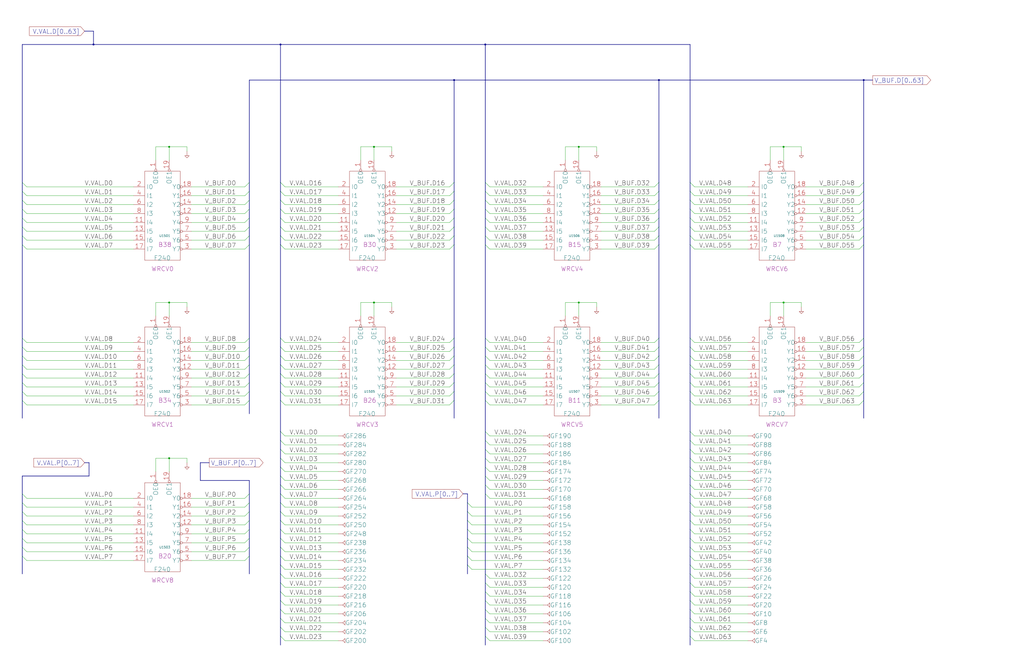
<source format=kicad_sch>
(kicad_sch (version 20230121) (generator eeschema)
  (paper "User" 584.2 378.46)
  (title_block (title "WRITE DATA REGISTER\\nINPUT BUFFER") (date "22-MAR-90") (rev "1.0") (comment 1 "VALUE") (comment 2 "232-003063") (comment 3 "S400") (comment 4 "RELEASED"))
  (junction (at 96.52 261.62))
  (junction (at 330.2 172.72))
  (junction (at 53.34 25.4))
  (junction (at 330.2 83.82))
  (junction (at 213.36 83.82))
  (junction (at 276.86 25.4))
  (junction (at 447.04 83.82))
  (junction (at 160.02 25.4))
  (junction (at 375.92 45.72))
  (junction (at 96.52 83.82))
  (junction (at 96.52 172.72))
  (junction (at 213.36 172.72))
  (junction (at 259.08 45.72))
  (junction (at 447.04 172.72))
  (junction (at 492.76 45.72))
  (bus_entry (at 12.7 119.38) (size 2.54 2.54))
  (bus_entry (at 393.7 104.14) (size 2.54 2.54))
  (bus_entry (at 160.02 312.42) (size 2.54 2.54))
  (bus_entry (at 276.86 119.38) (size 2.54 2.54))
  (bus_entry (at 276.86 114.3) (size 2.54 2.54))
  (bus_entry (at 375.92 109.22) (size -2.54 2.54))
  (bus_entry (at 492.76 208.28) (size -2.54 2.54))
  (bus_entry (at 266.7 297.18) (size 2.54 2.54))
  (bus_entry (at 375.92 119.38) (size -2.54 2.54))
  (bus_entry (at 160.02 322.58) (size 2.54 2.54))
  (bus_entry (at 160.02 193.04) (size 2.54 2.54))
  (bus_entry (at 276.86 342.9) (size 2.54 2.54))
  (bus_entry (at 259.08 119.38) (size -2.54 2.54))
  (bus_entry (at 492.76 213.36) (size -2.54 2.54))
  (bus_entry (at 12.7 312.42) (size 2.54 2.54))
  (bus_entry (at 142.24 109.22) (size -2.54 2.54))
  (bus_entry (at 142.24 198.12) (size -2.54 2.54))
  (bus_entry (at 266.7 287.02) (size 2.54 2.54))
  (bus_entry (at 12.7 302.26) (size 2.54 2.54))
  (bus_entry (at 393.7 276.86) (size 2.54 2.54))
  (bus_entry (at 393.7 271.78) (size 2.54 2.54))
  (bus_entry (at 276.86 139.7) (size 2.54 2.54))
  (bus_entry (at 160.02 256.54) (size 2.54 2.54))
  (bus_entry (at 393.7 228.6) (size 2.54 2.54))
  (bus_entry (at 266.7 302.26) (size 2.54 2.54))
  (bus_entry (at 160.02 266.7) (size 2.54 2.54))
  (bus_entry (at 12.7 198.12) (size 2.54 2.54))
  (bus_entry (at 160.02 129.54) (size 2.54 2.54))
  (bus_entry (at 393.7 322.58) (size 2.54 2.54))
  (bus_entry (at 142.24 302.26) (size -2.54 2.54))
  (bus_entry (at 142.24 228.6) (size -2.54 2.54))
  (bus_entry (at 160.02 337.82) (size 2.54 2.54))
  (bus_entry (at 12.7 218.44) (size 2.54 2.54))
  (bus_entry (at 259.08 228.6) (size -2.54 2.54))
  (bus_entry (at 160.02 139.7) (size 2.54 2.54))
  (bus_entry (at 393.7 332.74) (size 2.54 2.54))
  (bus_entry (at 393.7 317.5) (size 2.54 2.54))
  (bus_entry (at 276.86 276.86) (size 2.54 2.54))
  (bus_entry (at 393.7 208.28) (size 2.54 2.54))
  (bus_entry (at 160.02 213.36) (size 2.54 2.54))
  (bus_entry (at 142.24 119.38) (size -2.54 2.54))
  (bus_entry (at 393.7 287.02) (size 2.54 2.54))
  (bus_entry (at 492.76 114.3) (size -2.54 2.54))
  (bus_entry (at 259.08 213.36) (size -2.54 2.54))
  (bus_entry (at 276.86 358.14) (size 2.54 2.54))
  (bus_entry (at 12.7 213.36) (size 2.54 2.54))
  (bus_entry (at 160.02 134.62) (size 2.54 2.54))
  (bus_entry (at 276.86 251.46) (size 2.54 2.54))
  (bus_entry (at 393.7 213.36) (size 2.54 2.54))
  (bus_entry (at 160.02 109.22) (size 2.54 2.54))
  (bus_entry (at 393.7 193.04) (size 2.54 2.54))
  (bus_entry (at 160.02 302.26) (size 2.54 2.54))
  (bus_entry (at 492.76 139.7) (size -2.54 2.54))
  (bus_entry (at 492.76 223.52) (size -2.54 2.54))
  (bus_entry (at 160.02 218.44) (size 2.54 2.54))
  (bus_entry (at 393.7 327.66) (size 2.54 2.54))
  (bus_entry (at 393.7 223.52) (size 2.54 2.54))
  (bus_entry (at 259.08 203.2) (size -2.54 2.54))
  (bus_entry (at 276.86 353.06) (size 2.54 2.54))
  (bus_entry (at 375.92 203.2) (size -2.54 2.54))
  (bus_entry (at 393.7 266.7) (size 2.54 2.54))
  (bus_entry (at 375.92 139.7) (size -2.54 2.54))
  (bus_entry (at 259.08 139.7) (size -2.54 2.54))
  (bus_entry (at 375.92 228.6) (size -2.54 2.54))
  (bus_entry (at 160.02 327.66) (size 2.54 2.54))
  (bus_entry (at 160.02 363.22) (size 2.54 2.54))
  (bus_entry (at 160.02 292.1) (size 2.54 2.54))
  (bus_entry (at 276.86 256.54) (size 2.54 2.54))
  (bus_entry (at 142.24 218.44) (size -2.54 2.54))
  (bus_entry (at 393.7 337.82) (size 2.54 2.54))
  (bus_entry (at 12.7 203.2) (size 2.54 2.54))
  (bus_entry (at 393.7 297.18) (size 2.54 2.54))
  (bus_entry (at 492.76 193.04) (size -2.54 2.54))
  (bus_entry (at 259.08 134.62) (size -2.54 2.54))
  (bus_entry (at 259.08 124.46) (size -2.54 2.54))
  (bus_entry (at 142.24 213.36) (size -2.54 2.54))
  (bus_entry (at 259.08 114.3) (size -2.54 2.54))
  (bus_entry (at 142.24 223.52) (size -2.54 2.54))
  (bus_entry (at 12.7 208.28) (size 2.54 2.54))
  (bus_entry (at 276.86 129.54) (size 2.54 2.54))
  (bus_entry (at 393.7 353.06) (size 2.54 2.54))
  (bus_entry (at 393.7 119.38) (size 2.54 2.54))
  (bus_entry (at 160.02 347.98) (size 2.54 2.54))
  (bus_entry (at 259.08 208.28) (size -2.54 2.54))
  (bus_entry (at 160.02 307.34) (size 2.54 2.54))
  (bus_entry (at 160.02 358.14) (size 2.54 2.54))
  (bus_entry (at 492.76 124.46) (size -2.54 2.54))
  (bus_entry (at 160.02 271.78) (size 2.54 2.54))
  (bus_entry (at 160.02 223.52) (size 2.54 2.54))
  (bus_entry (at 393.7 363.22) (size 2.54 2.54))
  (bus_entry (at 375.92 213.36) (size -2.54 2.54))
  (bus_entry (at 142.24 203.2) (size -2.54 2.54))
  (bus_entry (at 160.02 251.46) (size 2.54 2.54))
  (bus_entry (at 160.02 228.6) (size 2.54 2.54))
  (bus_entry (at 12.7 292.1) (size 2.54 2.54))
  (bus_entry (at 266.7 312.42) (size 2.54 2.54))
  (bus_entry (at 276.86 134.62) (size 2.54 2.54))
  (bus_entry (at 142.24 139.7) (size -2.54 2.54))
  (bus_entry (at 393.7 139.7) (size 2.54 2.54))
  (bus_entry (at 393.7 302.26) (size 2.54 2.54))
  (bus_entry (at 276.86 337.82) (size 2.54 2.54))
  (bus_entry (at 160.02 104.14) (size 2.54 2.54))
  (bus_entry (at 276.86 266.7) (size 2.54 2.54))
  (bus_entry (at 259.08 104.14) (size -2.54 2.54))
  (bus_entry (at 12.7 124.46) (size 2.54 2.54))
  (bus_entry (at 393.7 109.22) (size 2.54 2.54))
  (bus_entry (at 12.7 109.22) (size 2.54 2.54))
  (bus_entry (at 276.86 332.74) (size 2.54 2.54))
  (bus_entry (at 266.7 292.1) (size 2.54 2.54))
  (bus_entry (at 142.24 297.18) (size -2.54 2.54))
  (bus_entry (at 393.7 129.54) (size 2.54 2.54))
  (bus_entry (at 142.24 281.94) (size -2.54 2.54))
  (bus_entry (at 276.86 109.22) (size 2.54 2.54))
  (bus_entry (at 276.86 208.28) (size 2.54 2.54))
  (bus_entry (at 375.92 134.62) (size -2.54 2.54))
  (bus_entry (at 142.24 208.28) (size -2.54 2.54))
  (bus_entry (at 160.02 124.46) (size 2.54 2.54))
  (bus_entry (at 259.08 193.04) (size -2.54 2.54))
  (bus_entry (at 492.76 119.38) (size -2.54 2.54))
  (bus_entry (at 393.7 342.9) (size 2.54 2.54))
  (bus_entry (at 160.02 342.9) (size 2.54 2.54))
  (bus_entry (at 276.86 203.2) (size 2.54 2.54))
  (bus_entry (at 393.7 198.12) (size 2.54 2.54))
  (bus_entry (at 276.86 223.52) (size 2.54 2.54))
  (bus_entry (at 160.02 317.5) (size 2.54 2.54))
  (bus_entry (at 259.08 223.52) (size -2.54 2.54))
  (bus_entry (at 492.76 129.54) (size -2.54 2.54))
  (bus_entry (at 393.7 312.42) (size 2.54 2.54))
  (bus_entry (at 266.7 307.34) (size 2.54 2.54))
  (bus_entry (at 276.86 246.38) (size 2.54 2.54))
  (bus_entry (at 393.7 246.38) (size 2.54 2.54))
  (bus_entry (at 266.7 317.5) (size 2.54 2.54))
  (bus_entry (at 492.76 134.62) (size -2.54 2.54))
  (bus_entry (at 12.7 297.18) (size 2.54 2.54))
  (bus_entry (at 142.24 134.62) (size -2.54 2.54))
  (bus_entry (at 276.86 198.12) (size 2.54 2.54))
  (bus_entry (at 160.02 276.86) (size 2.54 2.54))
  (bus_entry (at 12.7 139.7) (size 2.54 2.54))
  (bus_entry (at 276.86 271.78) (size 2.54 2.54))
  (bus_entry (at 393.7 124.46) (size 2.54 2.54))
  (bus_entry (at 142.24 307.34) (size -2.54 2.54))
  (bus_entry (at 259.08 129.54) (size -2.54 2.54))
  (bus_entry (at 393.7 347.98) (size 2.54 2.54))
  (bus_entry (at 142.24 114.3) (size -2.54 2.54))
  (bus_entry (at 393.7 218.44) (size 2.54 2.54))
  (bus_entry (at 276.86 218.44) (size 2.54 2.54))
  (bus_entry (at 393.7 358.14) (size 2.54 2.54))
  (bus_entry (at 375.92 129.54) (size -2.54 2.54))
  (bus_entry (at 276.86 193.04) (size 2.54 2.54))
  (bus_entry (at 259.08 218.44) (size -2.54 2.54))
  (bus_entry (at 12.7 104.14) (size 2.54 2.54))
  (bus_entry (at 160.02 246.38) (size 2.54 2.54))
  (bus_entry (at 375.92 223.52) (size -2.54 2.54))
  (bus_entry (at 160.02 208.28) (size 2.54 2.54))
  (bus_entry (at 142.24 312.42) (size -2.54 2.54))
  (bus_entry (at 276.86 261.62) (size 2.54 2.54))
  (bus_entry (at 160.02 119.38) (size 2.54 2.54))
  (bus_entry (at 259.08 198.12) (size -2.54 2.54))
  (bus_entry (at 160.02 198.12) (size 2.54 2.54))
  (bus_entry (at 12.7 134.62) (size 2.54 2.54))
  (bus_entry (at 393.7 307.34) (size 2.54 2.54))
  (bus_entry (at 492.76 109.22) (size -2.54 2.54))
  (bus_entry (at 160.02 261.62) (size 2.54 2.54))
  (bus_entry (at 12.7 193.04) (size 2.54 2.54))
  (bus_entry (at 375.92 208.28) (size -2.54 2.54))
  (bus_entry (at 12.7 317.5) (size 2.54 2.54))
  (bus_entry (at 393.7 134.62) (size 2.54 2.54))
  (bus_entry (at 266.7 322.58) (size 2.54 2.54))
  (bus_entry (at 375.92 218.44) (size -2.54 2.54))
  (bus_entry (at 375.92 104.14) (size -2.54 2.54))
  (bus_entry (at 375.92 193.04) (size -2.54 2.54))
  (bus_entry (at 142.24 104.14) (size -2.54 2.54))
  (bus_entry (at 276.86 213.36) (size 2.54 2.54))
  (bus_entry (at 492.76 198.12) (size -2.54 2.54))
  (bus_entry (at 160.02 281.94) (size 2.54 2.54))
  (bus_entry (at 259.08 109.22) (size -2.54 2.54))
  (bus_entry (at 492.76 104.14) (size -2.54 2.54))
  (bus_entry (at 142.24 193.04) (size -2.54 2.54))
  (bus_entry (at 160.02 332.74) (size 2.54 2.54))
  (bus_entry (at 12.7 287.02) (size 2.54 2.54))
  (bus_entry (at 492.76 203.2) (size -2.54 2.54))
  (bus_entry (at 276.86 363.22) (size 2.54 2.54))
  (bus_entry (at 276.86 347.98) (size 2.54 2.54))
  (bus_entry (at 160.02 203.2) (size 2.54 2.54))
  (bus_entry (at 12.7 228.6) (size 2.54 2.54))
  (bus_entry (at 375.92 114.3) (size -2.54 2.54))
  (bus_entry (at 375.92 198.12) (size -2.54 2.54))
  (bus_entry (at 12.7 114.3) (size 2.54 2.54))
  (bus_entry (at 142.24 292.1) (size -2.54 2.54))
  (bus_entry (at 393.7 203.2) (size 2.54 2.54))
  (bus_entry (at 393.7 256.54) (size 2.54 2.54))
  (bus_entry (at 142.24 129.54) (size -2.54 2.54))
  (bus_entry (at 492.76 218.44) (size -2.54 2.54))
  (bus_entry (at 393.7 281.94) (size 2.54 2.54))
  (bus_entry (at 276.86 228.6) (size 2.54 2.54))
  (bus_entry (at 160.02 114.3) (size 2.54 2.54))
  (bus_entry (at 393.7 261.62) (size 2.54 2.54))
  (bus_entry (at 142.24 287.02) (size -2.54 2.54))
  (bus_entry (at 142.24 124.46) (size -2.54 2.54))
  (bus_entry (at 12.7 307.34) (size 2.54 2.54))
  (bus_entry (at 393.7 292.1) (size 2.54 2.54))
  (bus_entry (at 276.86 104.14) (size 2.54 2.54))
  (bus_entry (at 12.7 281.94) (size 2.54 2.54))
  (bus_entry (at 276.86 124.46) (size 2.54 2.54))
  (bus_entry (at 492.76 228.6) (size -2.54 2.54))
  (bus_entry (at 12.7 129.54) (size 2.54 2.54))
  (bus_entry (at 276.86 281.94) (size 2.54 2.54))
  (bus_entry (at 160.02 297.18) (size 2.54 2.54))
  (bus_entry (at 393.7 114.3) (size 2.54 2.54))
  (bus_entry (at 375.92 124.46) (size -2.54 2.54))
  (bus_entry (at 160.02 353.06) (size 2.54 2.54))
  (bus_entry (at 276.86 327.66) (size 2.54 2.54))
  (bus_entry (at 160.02 287.02) (size 2.54 2.54))
  (bus_entry (at 393.7 251.46) (size 2.54 2.54))
  (bus_entry (at 12.7 223.52) (size 2.54 2.54))
  (bus_entry (at 142.24 317.5) (size -2.54 2.54))
  (bus (pts (xy 492.76 124.46) (xy 492.76 129.54)))
  (wire (pts (xy 226.06 200.66) (xy 256.54 200.66)))
  (bus (pts (xy 375.92 129.54) (xy 375.92 134.62)))
  (wire (pts (xy 459.74 116.84) (xy 490.22 116.84)))
  (wire (pts (xy 162.56 289.56) (xy 193.04 289.56)))
  (bus (pts (xy 393.7 287.02) (xy 393.7 292.1)))
  (wire (pts (xy 106.68 83.82) (xy 106.68 86.36)))
  (wire (pts (xy 459.74 111.76) (xy 490.22 111.76)))
  (bus (pts (xy 276.86 25.4) (xy 393.7 25.4)))
  (wire (pts (xy 162.56 299.72) (xy 193.04 299.72)))
  (wire (pts (xy 342.9 205.74) (xy 373.38 205.74)))
  (wire (pts (xy 396.24 304.8) (xy 426.72 304.8)))
  (wire (pts (xy 15.24 299.72) (xy 76.2 299.72)))
  (wire (pts (xy 226.06 142.24) (xy 256.54 142.24)))
  (wire (pts (xy 279.4 210.82) (xy 309.88 210.82)))
  (wire (pts (xy 447.04 83.82) (xy 447.04 91.44)))
  (bus (pts (xy 259.08 203.2) (xy 259.08 208.28)))
  (bus (pts (xy 393.7 337.82) (xy 393.7 342.9)))
  (bus (pts (xy 160.02 347.98) (xy 160.02 353.06)))
  (wire (pts (xy 279.4 350.52) (xy 309.88 350.52)))
  (wire (pts (xy 205.74 172.72) (xy 213.36 172.72)))
  (wire (pts (xy 396.24 137.16) (xy 426.72 137.16)))
  (wire (pts (xy 342.9 210.82) (xy 373.38 210.82)))
  (wire (pts (xy 342.9 106.68) (xy 373.38 106.68)))
  (wire (pts (xy 269.24 309.88) (xy 309.88 309.88)))
  (bus (pts (xy 375.92 218.44) (xy 375.92 223.52)))
  (wire (pts (xy 213.36 83.82) (xy 213.36 91.44)))
  (bus (pts (xy 160.02 322.58) (xy 160.02 327.66)))
  (bus (pts (xy 276.86 228.6) (xy 276.86 246.38)))
  (bus (pts (xy 142.24 104.14) (xy 142.24 109.22)))
  (bus (pts (xy 375.92 119.38) (xy 375.92 124.46)))
  (bus (pts (xy 393.7 353.06) (xy 393.7 358.14)))
  (bus (pts (xy 492.76 198.12) (xy 492.76 203.2)))
  (wire (pts (xy 15.24 226.06) (xy 76.2 226.06)))
  (bus (pts (xy 160.02 327.66) (xy 160.02 332.74)))
  (wire (pts (xy 342.9 111.76) (xy 373.38 111.76)))
  (wire (pts (xy 109.22 314.96) (xy 139.7 314.96)))
  (bus (pts (xy 492.76 223.52) (xy 492.76 228.6)))
  (wire (pts (xy 15.24 314.96) (xy 76.2 314.96)))
  (bus (pts (xy 142.24 129.54) (xy 142.24 134.62)))
  (wire (pts (xy 279.4 264.16) (xy 309.88 264.16)))
  (bus (pts (xy 375.92 193.04) (xy 375.92 198.12)))
  (wire (pts (xy 342.9 226.06) (xy 373.38 226.06)))
  (wire (pts (xy 162.56 254) (xy 193.04 254)))
  (bus (pts (xy 12.7 203.2) (xy 12.7 208.28)))
  (wire (pts (xy 15.24 205.74) (xy 76.2 205.74)))
  (wire (pts (xy 279.4 220.98) (xy 309.88 220.98)))
  (bus (pts (xy 160.02 363.22) (xy 160.02 368.3)))
  (bus (pts (xy 142.24 193.04) (xy 142.24 198.12)))
  (wire (pts (xy 162.56 127) (xy 193.04 127)))
  (bus (pts (xy 259.08 198.12) (xy 259.08 203.2)))
  (wire (pts (xy 109.22 127) (xy 139.7 127)))
  (wire (pts (xy 162.56 132.08) (xy 193.04 132.08)))
  (wire (pts (xy 15.24 195.58) (xy 76.2 195.58)))
  (bus (pts (xy 12.7 292.1) (xy 12.7 297.18)))
  (bus (pts (xy 276.86 124.46) (xy 276.86 129.54)))
  (bus (pts (xy 259.08 228.6) (xy 259.08 238.76)))
  (bus (pts (xy 160.02 114.3) (xy 160.02 119.38)))
  (bus (pts (xy 259.08 208.28) (xy 259.08 213.36)))
  (bus (pts (xy 492.76 213.36) (xy 492.76 218.44)))
  (bus (pts (xy 492.76 208.28) (xy 492.76 213.36)))
  (wire (pts (xy 279.4 200.66) (xy 309.88 200.66)))
  (bus (pts (xy 259.08 223.52) (xy 259.08 228.6)))
  (wire (pts (xy 279.4 137.16) (xy 309.88 137.16)))
  (wire (pts (xy 459.74 195.58) (xy 490.22 195.58)))
  (wire (pts (xy 109.22 284.48) (xy 139.7 284.48)))
  (bus (pts (xy 375.92 45.72) (xy 375.92 104.14)))
  (bus (pts (xy 375.92 114.3) (xy 375.92 119.38)))
  (wire (pts (xy 15.24 231.14) (xy 76.2 231.14)))
  (bus (pts (xy 142.24 307.34) (xy 142.24 312.42)))
  (wire (pts (xy 106.68 261.62) (xy 106.68 264.16)))
  (bus (pts (xy 50.8 271.78) (xy 50.8 264.16)))
  (wire (pts (xy 162.56 231.14) (xy 193.04 231.14)))
  (bus (pts (xy 160.02 134.62) (xy 160.02 139.7)))
  (bus (pts (xy 393.7 198.12) (xy 393.7 203.2)))
  (wire (pts (xy 459.74 132.08) (xy 490.22 132.08)))
  (wire (pts (xy 342.9 142.24) (xy 373.38 142.24)))
  (bus (pts (xy 48.26 17.78) (xy 53.34 17.78)))
  (wire (pts (xy 269.24 314.96) (xy 309.88 314.96)))
  (wire (pts (xy 162.56 279.4) (xy 193.04 279.4)))
  (wire (pts (xy 279.4 355.6) (xy 309.88 355.6)))
  (wire (pts (xy 396.24 325.12) (xy 426.72 325.12)))
  (bus (pts (xy 142.24 312.42) (xy 142.24 317.5)))
  (bus (pts (xy 12.7 302.26) (xy 12.7 307.34)))
  (wire (pts (xy 109.22 106.68) (xy 139.7 106.68)))
  (wire (pts (xy 279.4 335.28) (xy 309.88 335.28)))
  (bus (pts (xy 48.26 264.16) (xy 50.8 264.16)))
  (bus (pts (xy 393.7 302.26) (xy 393.7 307.34)))
  (wire (pts (xy 396.24 205.74) (xy 426.72 205.74)))
  (wire (pts (xy 162.56 269.24) (xy 193.04 269.24)))
  (wire (pts (xy 15.24 132.08) (xy 76.2 132.08)))
  (bus (pts (xy 492.76 109.22) (xy 492.76 114.3)))
  (bus (pts (xy 276.86 213.36) (xy 276.86 218.44)))
  (bus (pts (xy 492.76 228.6) (xy 492.76 238.76)))
  (bus (pts (xy 12.7 223.52) (xy 12.7 228.6)))
  (bus (pts (xy 375.92 139.7) (xy 375.92 193.04)))
  (bus (pts (xy 160.02 332.74) (xy 160.02 337.82)))
  (bus (pts (xy 276.86 353.06) (xy 276.86 358.14)))
  (bus (pts (xy 259.08 45.72) (xy 375.92 45.72)))
  (bus (pts (xy 276.86 129.54) (xy 276.86 134.62)))
  (wire (pts (xy 396.24 330.2) (xy 426.72 330.2)))
  (bus (pts (xy 276.86 332.74) (xy 276.86 337.82)))
  (bus (pts (xy 12.7 193.04) (xy 12.7 198.12)))
  (wire (pts (xy 213.36 172.72) (xy 213.36 180.34)))
  (wire (pts (xy 226.06 121.92) (xy 256.54 121.92)))
  (wire (pts (xy 96.52 261.62) (xy 96.52 269.24)))
  (wire (pts (xy 109.22 220.98) (xy 139.7 220.98)))
  (wire (pts (xy 279.4 226.06) (xy 309.88 226.06)))
  (bus (pts (xy 142.24 287.02) (xy 142.24 292.1)))
  (bus (pts (xy 375.92 228.6) (xy 375.92 238.76)))
  (bus (pts (xy 259.08 45.72) (xy 259.08 104.14)))
  (wire (pts (xy 396.24 127) (xy 426.72 127)))
  (wire (pts (xy 15.24 220.98) (xy 76.2 220.98)))
  (wire (pts (xy 396.24 365.76) (xy 426.72 365.76)))
  (wire (pts (xy 396.24 259.08) (xy 426.72 259.08)))
  (bus (pts (xy 492.76 104.14) (xy 492.76 109.22)))
  (wire (pts (xy 96.52 83.82) (xy 96.52 91.44)))
  (wire (pts (xy 459.74 200.66) (xy 490.22 200.66)))
  (bus (pts (xy 12.7 109.22) (xy 12.7 114.3)))
  (wire (pts (xy 15.24 320.04) (xy 76.2 320.04)))
  (bus (pts (xy 375.92 109.22) (xy 375.92 114.3)))
  (bus (pts (xy 492.76 203.2) (xy 492.76 208.28)))
  (bus (pts (xy 492.76 129.54) (xy 492.76 134.62)))
  (bus (pts (xy 12.7 228.6) (xy 12.7 238.76)))
  (wire (pts (xy 340.36 172.72) (xy 340.36 175.26)))
  (bus (pts (xy 142.24 114.3) (xy 142.24 119.38)))
  (wire (pts (xy 396.24 335.28) (xy 426.72 335.28)))
  (wire (pts (xy 109.22 210.82) (xy 139.7 210.82)))
  (wire (pts (xy 342.9 231.14) (xy 373.38 231.14)))
  (bus (pts (xy 142.24 213.36) (xy 142.24 218.44)))
  (bus (pts (xy 393.7 213.36) (xy 393.7 218.44)))
  (wire (pts (xy 269.24 320.04) (xy 309.88 320.04)))
  (wire (pts (xy 396.24 345.44) (xy 426.72 345.44)))
  (wire (pts (xy 15.24 304.8) (xy 76.2 304.8)))
  (bus (pts (xy 142.24 218.44) (xy 142.24 223.52)))
  (bus (pts (xy 276.86 198.12) (xy 276.86 203.2)))
  (wire (pts (xy 396.24 269.24) (xy 426.72 269.24)))
  (wire (pts (xy 342.9 121.92) (xy 373.38 121.92)))
  (bus (pts (xy 160.02 109.22) (xy 160.02 114.3)))
  (bus (pts (xy 160.02 276.86) (xy 160.02 281.94)))
  (bus (pts (xy 492.76 193.04) (xy 492.76 198.12)))
  (wire (pts (xy 322.58 83.82) (xy 330.2 83.82)))
  (bus (pts (xy 393.7 218.44) (xy 393.7 223.52)))
  (wire (pts (xy 226.06 106.68) (xy 256.54 106.68)))
  (wire (pts (xy 396.24 355.6) (xy 426.72 355.6)))
  (wire (pts (xy 226.06 137.16) (xy 256.54 137.16)))
  (bus (pts (xy 276.86 276.86) (xy 276.86 281.94)))
  (wire (pts (xy 109.22 137.16) (xy 139.7 137.16)))
  (bus (pts (xy 393.7 297.18) (xy 393.7 302.26)))
  (wire (pts (xy 459.74 210.82) (xy 490.22 210.82)))
  (wire (pts (xy 396.24 195.58) (xy 426.72 195.58)))
  (bus (pts (xy 393.7 223.52) (xy 393.7 228.6)))
  (bus (pts (xy 12.7 307.34) (xy 12.7 312.42)))
  (bus (pts (xy 142.24 302.26) (xy 142.24 307.34)))
  (bus (pts (xy 160.02 223.52) (xy 160.02 228.6)))
  (bus (pts (xy 393.7 363.22) (xy 393.7 368.3)))
  (bus (pts (xy 393.7 327.66) (xy 393.7 332.74)))
  (wire (pts (xy 396.24 299.72) (xy 426.72 299.72)))
  (bus (pts (xy 375.92 213.36) (xy 375.92 218.44)))
  (wire (pts (xy 279.4 360.68) (xy 309.88 360.68)))
  (bus (pts (xy 160.02 337.82) (xy 160.02 342.9)))
  (bus (pts (xy 142.24 274.32) (xy 114.3 274.32)))
  (bus (pts (xy 393.7 104.14) (xy 393.7 109.22)))
  (wire (pts (xy 279.4 345.44) (xy 309.88 345.44)))
  (bus (pts (xy 492.76 114.3) (xy 492.76 119.38)))
  (bus (pts (xy 259.08 134.62) (xy 259.08 139.7)))
  (wire (pts (xy 396.24 274.32) (xy 426.72 274.32)))
  (bus (pts (xy 12.7 25.4) (xy 12.7 104.14)))
  (bus (pts (xy 160.02 119.38) (xy 160.02 124.46)))
  (wire (pts (xy 396.24 289.56) (xy 426.72 289.56)))
  (bus (pts (xy 393.7 228.6) (xy 393.7 246.38)))
  (bus (pts (xy 393.7 271.78) (xy 393.7 276.86)))
  (wire (pts (xy 88.9 261.62) (xy 96.52 261.62)))
  (wire (pts (xy 330.2 83.82) (xy 340.36 83.82)))
  (bus (pts (xy 12.7 139.7) (xy 12.7 193.04)))
  (wire (pts (xy 279.4 248.92) (xy 309.88 248.92)))
  (wire (pts (xy 459.74 205.74) (xy 490.22 205.74)))
  (bus (pts (xy 160.02 218.44) (xy 160.02 223.52)))
  (wire (pts (xy 279.4 121.92) (xy 309.88 121.92)))
  (wire (pts (xy 279.4 269.24) (xy 309.88 269.24)))
  (wire (pts (xy 96.52 172.72) (xy 106.68 172.72)))
  (bus (pts (xy 276.86 327.66) (xy 276.86 332.74)))
  (bus (pts (xy 142.24 292.1) (xy 142.24 297.18)))
  (wire (pts (xy 109.22 294.64) (xy 139.7 294.64)))
  (wire (pts (xy 162.56 210.82) (xy 193.04 210.82)))
  (wire (pts (xy 109.22 299.72) (xy 139.7 299.72)))
  (wire (pts (xy 205.74 180.34) (xy 205.74 172.72)))
  (wire (pts (xy 162.56 304.8) (xy 193.04 304.8)))
  (wire (pts (xy 88.9 172.72) (xy 96.52 172.72)))
  (wire (pts (xy 162.56 314.96) (xy 193.04 314.96)))
  (wire (pts (xy 279.4 340.36) (xy 309.88 340.36)))
  (wire (pts (xy 279.4 116.84) (xy 309.88 116.84)))
  (wire (pts (xy 109.22 142.24) (xy 139.7 142.24)))
  (wire (pts (xy 96.52 261.62) (xy 106.68 261.62)))
  (wire (pts (xy 15.24 294.64) (xy 76.2 294.64)))
  (wire (pts (xy 396.24 279.4) (xy 426.72 279.4)))
  (wire (pts (xy 162.56 121.92) (xy 193.04 121.92)))
  (bus (pts (xy 393.7 208.28) (xy 393.7 213.36)))
  (wire (pts (xy 162.56 116.84) (xy 193.04 116.84)))
  (bus (pts (xy 393.7 358.14) (xy 393.7 363.22)))
  (wire (pts (xy 439.42 172.72) (xy 447.04 172.72)))
  (bus (pts (xy 266.7 312.42) (xy 266.7 317.5)))
  (wire (pts (xy 162.56 284.48) (xy 193.04 284.48)))
  (bus (pts (xy 393.7 276.86) (xy 393.7 281.94)))
  (wire (pts (xy 279.4 205.74) (xy 309.88 205.74)))
  (wire (pts (xy 447.04 172.72) (xy 457.2 172.72)))
  (bus (pts (xy 393.7 129.54) (xy 393.7 134.62)))
  (wire (pts (xy 226.06 231.14) (xy 256.54 231.14)))
  (bus (pts (xy 160.02 281.94) (xy 160.02 287.02)))
  (wire (pts (xy 342.9 127) (xy 373.38 127)))
  (bus (pts (xy 142.24 274.32) (xy 142.24 281.94)))
  (bus (pts (xy 259.08 109.22) (xy 259.08 114.3)))
  (wire (pts (xy 279.4 142.24) (xy 309.88 142.24)))
  (wire (pts (xy 342.9 195.58) (xy 373.38 195.58)))
  (wire (pts (xy 88.9 83.82) (xy 96.52 83.82)))
  (bus (pts (xy 160.02 198.12) (xy 160.02 203.2)))
  (bus (pts (xy 393.7 322.58) (xy 393.7 327.66)))
  (wire (pts (xy 15.24 121.92) (xy 76.2 121.92)))
  (bus (pts (xy 12.7 198.12) (xy 12.7 203.2)))
  (bus (pts (xy 12.7 129.54) (xy 12.7 134.62)))
  (bus (pts (xy 12.7 25.4) (xy 53.34 25.4)))
  (wire (pts (xy 162.56 335.28) (xy 193.04 335.28)))
  (bus (pts (xy 142.24 208.28) (xy 142.24 213.36)))
  (wire (pts (xy 457.2 172.72) (xy 457.2 175.26)))
  (wire (pts (xy 459.74 106.68) (xy 490.22 106.68)))
  (wire (pts (xy 109.22 205.74) (xy 139.7 205.74)))
  (wire (pts (xy 396.24 106.68) (xy 426.72 106.68)))
  (bus (pts (xy 276.86 358.14) (xy 276.86 363.22)))
  (wire (pts (xy 226.06 220.98) (xy 256.54 220.98)))
  (bus (pts (xy 276.86 208.28) (xy 276.86 213.36)))
  (bus (pts (xy 276.86 139.7) (xy 276.86 193.04)))
  (bus (pts (xy 393.7 119.38) (xy 393.7 124.46)))
  (bus (pts (xy 160.02 129.54) (xy 160.02 134.62)))
  (wire (pts (xy 15.24 106.68) (xy 76.2 106.68)))
  (bus (pts (xy 276.86 363.22) (xy 276.86 368.3)))
  (bus (pts (xy 276.86 203.2) (xy 276.86 208.28)))
  (wire (pts (xy 459.74 127) (xy 490.22 127)))
  (bus (pts (xy 393.7 307.34) (xy 393.7 312.42)))
  (wire (pts (xy 396.24 264.16) (xy 426.72 264.16)))
  (bus (pts (xy 492.76 119.38) (xy 492.76 124.46)))
  (bus (pts (xy 393.7 347.98) (xy 393.7 353.06)))
  (wire (pts (xy 279.4 259.08) (xy 309.88 259.08)))
  (bus (pts (xy 375.92 208.28) (xy 375.92 213.36)))
  (wire (pts (xy 396.24 340.36) (xy 426.72 340.36)))
  (wire (pts (xy 96.52 172.72) (xy 96.52 180.34)))
  (bus (pts (xy 393.7 251.46) (xy 393.7 256.54)))
  (wire (pts (xy 396.24 210.82) (xy 426.72 210.82)))
  (bus (pts (xy 393.7 266.7) (xy 393.7 271.78)))
  (bus (pts (xy 160.02 246.38) (xy 160.02 251.46)))
  (bus (pts (xy 12.7 281.94) (xy 12.7 287.02)))
  (wire (pts (xy 109.22 320.04) (xy 139.7 320.04)))
  (bus (pts (xy 160.02 25.4) (xy 160.02 104.14)))
  (wire (pts (xy 162.56 360.68) (xy 193.04 360.68)))
  (bus (pts (xy 259.08 119.38) (xy 259.08 124.46)))
  (wire (pts (xy 457.2 83.82) (xy 457.2 86.36)))
  (bus (pts (xy 160.02 203.2) (xy 160.02 208.28)))
  (wire (pts (xy 269.24 299.72) (xy 309.88 299.72)))
  (bus (pts (xy 266.7 292.1) (xy 266.7 297.18)))
  (wire (pts (xy 96.52 83.82) (xy 106.68 83.82)))
  (wire (pts (xy 223.52 83.82) (xy 223.52 86.36)))
  (bus (pts (xy 160.02 342.9) (xy 160.02 347.98)))
  (bus (pts (xy 160.02 353.06) (xy 160.02 358.14)))
  (bus (pts (xy 276.86 256.54) (xy 276.86 261.62)))
  (wire (pts (xy 439.42 180.34) (xy 439.42 172.72)))
  (bus (pts (xy 142.24 297.18) (xy 142.24 302.26)))
  (wire (pts (xy 396.24 350.52) (xy 426.72 350.52)))
  (bus (pts (xy 142.24 134.62) (xy 142.24 139.7)))
  (wire (pts (xy 162.56 205.74) (xy 193.04 205.74)))
  (wire (pts (xy 459.74 215.9) (xy 490.22 215.9)))
  (bus (pts (xy 259.08 104.14) (xy 259.08 109.22)))
  (wire (pts (xy 459.74 137.16) (xy 490.22 137.16)))
  (wire (pts (xy 162.56 195.58) (xy 193.04 195.58)))
  (bus (pts (xy 393.7 342.9) (xy 393.7 347.98)))
  (wire (pts (xy 269.24 289.56) (xy 309.88 289.56)))
  (bus (pts (xy 492.76 139.7) (xy 492.76 193.04)))
  (wire (pts (xy 459.74 226.06) (xy 490.22 226.06)))
  (bus (pts (xy 142.24 228.6) (xy 142.24 236.22)))
  (bus (pts (xy 160.02 317.5) (xy 160.02 322.58)))
  (bus (pts (xy 276.86 266.7) (xy 276.86 271.78)))
  (wire (pts (xy 226.06 132.08) (xy 256.54 132.08)))
  (wire (pts (xy 162.56 345.44) (xy 193.04 345.44)))
  (bus (pts (xy 393.7 139.7) (xy 393.7 193.04)))
  (wire (pts (xy 162.56 226.06) (xy 193.04 226.06)))
  (wire (pts (xy 269.24 325.12) (xy 309.88 325.12)))
  (wire (pts (xy 342.9 220.98) (xy 373.38 220.98)))
  (bus (pts (xy 276.86 281.94) (xy 276.86 327.66)))
  (bus (pts (xy 266.7 302.26) (xy 266.7 307.34)))
  (wire (pts (xy 226.06 205.74) (xy 256.54 205.74)))
  (wire (pts (xy 322.58 180.34) (xy 322.58 172.72)))
  (bus (pts (xy 142.24 124.46) (xy 142.24 129.54)))
  (bus (pts (xy 375.92 45.72) (xy 492.76 45.72)))
  (bus (pts (xy 393.7 332.74) (xy 393.7 337.82)))
  (bus (pts (xy 160.02 307.34) (xy 160.02 312.42)))
  (wire (pts (xy 205.74 83.82) (xy 213.36 83.82)))
  (bus (pts (xy 393.7 281.94) (xy 393.7 287.02)))
  (wire (pts (xy 226.06 226.06) (xy 256.54 226.06)))
  (bus (pts (xy 160.02 297.18) (xy 160.02 302.26)))
  (wire (pts (xy 279.4 284.48) (xy 309.88 284.48)))
  (bus (pts (xy 276.86 223.52) (xy 276.86 228.6)))
  (bus (pts (xy 276.86 193.04) (xy 276.86 198.12)))
  (bus (pts (xy 53.34 17.78) (xy 53.34 25.4)))
  (bus (pts (xy 160.02 261.62) (xy 160.02 266.7)))
  (wire (pts (xy 226.06 215.9) (xy 256.54 215.9)))
  (bus (pts (xy 12.7 317.5) (xy 12.7 327.66)))
  (wire (pts (xy 109.22 195.58) (xy 139.7 195.58)))
  (wire (pts (xy 396.24 215.9) (xy 426.72 215.9)))
  (wire (pts (xy 459.74 220.98) (xy 490.22 220.98)))
  (wire (pts (xy 322.58 91.44) (xy 322.58 83.82)))
  (bus (pts (xy 276.86 114.3) (xy 276.86 119.38)))
  (bus (pts (xy 160.02 271.78) (xy 160.02 276.86)))
  (bus (pts (xy 160.02 139.7) (xy 160.02 193.04)))
  (bus (pts (xy 259.08 213.36) (xy 259.08 218.44)))
  (bus (pts (xy 393.7 317.5) (xy 393.7 322.58)))
  (wire (pts (xy 396.24 320.04) (xy 426.72 320.04)))
  (wire (pts (xy 15.24 116.84) (xy 76.2 116.84)))
  (bus (pts (xy 12.7 114.3) (xy 12.7 119.38)))
  (bus (pts (xy 259.08 124.46) (xy 259.08 129.54)))
  (wire (pts (xy 106.68 172.72) (xy 106.68 175.26)))
  (bus (pts (xy 160.02 124.46) (xy 160.02 129.54)))
  (bus (pts (xy 160.02 358.14) (xy 160.02 363.22)))
  (bus (pts (xy 142.24 198.12) (xy 142.24 203.2)))
  (wire (pts (xy 162.56 264.16) (xy 193.04 264.16)))
  (bus (pts (xy 276.86 119.38) (xy 276.86 124.46)))
  (wire (pts (xy 162.56 320.04) (xy 193.04 320.04)))
  (wire (pts (xy 459.74 231.14) (xy 490.22 231.14)))
  (bus (pts (xy 160.02 25.4) (xy 276.86 25.4)))
  (bus (pts (xy 375.92 104.14) (xy 375.92 109.22)))
  (wire (pts (xy 162.56 259.08) (xy 193.04 259.08)))
  (wire (pts (xy 330.2 83.82) (xy 330.2 91.44)))
  (wire (pts (xy 162.56 215.9) (xy 193.04 215.9)))
  (wire (pts (xy 342.9 116.84) (xy 373.38 116.84)))
  (bus (pts (xy 12.7 218.44) (xy 12.7 223.52)))
  (wire (pts (xy 342.9 132.08) (xy 373.38 132.08)))
  (wire (pts (xy 396.24 294.64) (xy 426.72 294.64)))
  (wire (pts (xy 15.24 200.66) (xy 76.2 200.66)))
  (bus (pts (xy 492.76 134.62) (xy 492.76 139.7)))
  (wire (pts (xy 162.56 309.88) (xy 193.04 309.88)))
  (bus (pts (xy 142.24 109.22) (xy 142.24 114.3)))
  (bus (pts (xy 492.76 45.72) (xy 492.76 104.14)))
  (wire (pts (xy 279.4 106.68) (xy 309.88 106.68)))
  (wire (pts (xy 279.4 254) (xy 309.88 254)))
  (wire (pts (xy 340.36 83.82) (xy 340.36 86.36)))
  (bus (pts (xy 160.02 193.04) (xy 160.02 198.12)))
  (wire (pts (xy 330.2 172.72) (xy 340.36 172.72)))
  (wire (pts (xy 109.22 309.88) (xy 139.7 309.88)))
  (wire (pts (xy 15.24 215.9) (xy 76.2 215.9)))
  (wire (pts (xy 226.06 210.82) (xy 256.54 210.82)))
  (bus (pts (xy 375.92 198.12) (xy 375.92 203.2)))
  (bus (pts (xy 497.84 45.72) (xy 492.76 45.72)))
  (bus (pts (xy 264.16 281.94) (xy 266.7 281.94)))
  (bus (pts (xy 276.86 347.98) (xy 276.86 353.06)))
  (wire (pts (xy 162.56 106.68) (xy 193.04 106.68)))
  (bus (pts (xy 142.24 317.5) (xy 142.24 327.66)))
  (wire (pts (xy 279.4 127) (xy 309.88 127)))
  (bus (pts (xy 160.02 256.54) (xy 160.02 261.62)))
  (bus (pts (xy 276.86 261.62) (xy 276.86 266.7)))
  (wire (pts (xy 396.24 231.14) (xy 426.72 231.14)))
  (wire (pts (xy 109.22 226.06) (xy 139.7 226.06)))
  (wire (pts (xy 342.9 137.16) (xy 373.38 137.16)))
  (wire (pts (xy 162.56 350.52) (xy 193.04 350.52)))
  (wire (pts (xy 162.56 330.2) (xy 193.04 330.2)))
  (wire (pts (xy 226.06 127) (xy 256.54 127)))
  (wire (pts (xy 162.56 365.76) (xy 193.04 365.76)))
  (wire (pts (xy 162.56 340.36) (xy 193.04 340.36)))
  (wire (pts (xy 15.24 284.48) (xy 76.2 284.48)))
  (bus (pts (xy 160.02 287.02) (xy 160.02 292.1)))
  (bus (pts (xy 393.7 256.54) (xy 393.7 261.62)))
  (bus (pts (xy 375.92 134.62) (xy 375.92 139.7)))
  (bus (pts (xy 12.7 124.46) (xy 12.7 129.54)))
  (bus (pts (xy 266.7 281.94) (xy 266.7 287.02)))
  (bus (pts (xy 12.7 271.78) (xy 12.7 281.94)))
  (wire (pts (xy 88.9 269.24) (xy 88.9 261.62)))
  (wire (pts (xy 15.24 210.82) (xy 76.2 210.82)))
  (wire (pts (xy 396.24 121.92) (xy 426.72 121.92)))
  (wire (pts (xy 109.22 304.8) (xy 139.7 304.8)))
  (bus (pts (xy 114.3 274.32) (xy 114.3 264.16)))
  (wire (pts (xy 322.58 172.72) (xy 330.2 172.72)))
  (wire (pts (xy 396.24 314.96) (xy 426.72 314.96)))
  (wire (pts (xy 269.24 304.8) (xy 309.88 304.8)))
  (bus (pts (xy 393.7 312.42) (xy 393.7 317.5)))
  (bus (pts (xy 266.7 287.02) (xy 266.7 292.1)))
  (bus (pts (xy 160.02 292.1) (xy 160.02 297.18)))
  (bus (pts (xy 393.7 114.3) (xy 393.7 119.38)))
  (bus (pts (xy 142.24 45.72) (xy 259.08 45.72)))
  (bus (pts (xy 160.02 228.6) (xy 160.02 246.38)))
  (bus (pts (xy 393.7 134.62) (xy 393.7 139.7)))
  (bus (pts (xy 266.7 322.58) (xy 266.7 327.66)))
  (bus (pts (xy 142.24 223.52) (xy 142.24 228.6)))
  (wire (pts (xy 213.36 172.72) (xy 223.52 172.72)))
  (bus (pts (xy 276.86 25.4) (xy 276.86 104.14)))
  (wire (pts (xy 15.24 137.16) (xy 76.2 137.16)))
  (wire (pts (xy 447.04 172.72) (xy 447.04 180.34)))
  (wire (pts (xy 162.56 142.24) (xy 193.04 142.24)))
  (wire (pts (xy 396.24 248.92) (xy 426.72 248.92)))
  (wire (pts (xy 396.24 226.06) (xy 426.72 226.06)))
  (wire (pts (xy 396.24 220.98) (xy 426.72 220.98)))
  (bus (pts (xy 276.86 337.82) (xy 276.86 342.9)))
  (wire (pts (xy 279.4 215.9) (xy 309.88 215.9)))
  (wire (pts (xy 109.22 132.08) (xy 139.7 132.08)))
  (bus (pts (xy 12.7 208.28) (xy 12.7 213.36)))
  (bus (pts (xy 160.02 208.28) (xy 160.02 213.36)))
  (bus (pts (xy 12.7 134.62) (xy 12.7 139.7)))
  (wire (pts (xy 15.24 127) (xy 76.2 127)))
  (wire (pts (xy 279.4 231.14) (xy 309.88 231.14)))
  (wire (pts (xy 342.9 200.66) (xy 373.38 200.66)))
  (bus (pts (xy 393.7 203.2) (xy 393.7 208.28)))
  (wire (pts (xy 15.24 289.56) (xy 76.2 289.56)))
  (wire (pts (xy 396.24 254) (xy 426.72 254)))
  (wire (pts (xy 396.24 284.48) (xy 426.72 284.48)))
  (wire (pts (xy 109.22 111.76) (xy 139.7 111.76)))
  (bus (pts (xy 375.92 223.52) (xy 375.92 228.6)))
  (bus (pts (xy 12.7 287.02) (xy 12.7 292.1)))
  (wire (pts (xy 109.22 231.14) (xy 139.7 231.14)))
  (wire (pts (xy 226.06 111.76) (xy 256.54 111.76)))
  (wire (pts (xy 15.24 142.24) (xy 76.2 142.24)))
  (wire (pts (xy 269.24 294.64) (xy 309.88 294.64)))
  (bus (pts (xy 393.7 292.1) (xy 393.7 297.18)))
  (bus (pts (xy 160.02 266.7) (xy 160.02 271.78)))
  (bus (pts (xy 393.7 25.4) (xy 393.7 104.14)))
  (wire (pts (xy 447.04 83.82) (xy 457.2 83.82)))
  (wire (pts (xy 279.4 365.76) (xy 309.88 365.76)))
  (wire (pts (xy 396.24 360.68) (xy 426.72 360.68)))
  (wire (pts (xy 15.24 309.88) (xy 76.2 309.88)))
  (bus (pts (xy 12.7 312.42) (xy 12.7 317.5)))
  (wire (pts (xy 396.24 200.66) (xy 426.72 200.66)))
  (wire (pts (xy 162.56 355.6) (xy 193.04 355.6)))
  (wire (pts (xy 439.42 83.82) (xy 447.04 83.82)))
  (bus (pts (xy 12.7 271.78) (xy 50.8 271.78)))
  (bus (pts (xy 259.08 114.3) (xy 259.08 119.38)))
  (wire (pts (xy 109.22 121.92) (xy 139.7 121.92)))
  (bus (pts (xy 259.08 218.44) (xy 259.08 223.52)))
  (bus (pts (xy 142.24 119.38) (xy 142.24 124.46)))
  (bus (pts (xy 142.24 281.94) (xy 142.24 287.02)))
  (bus (pts (xy 276.86 271.78) (xy 276.86 276.86)))
  (wire (pts (xy 459.74 142.24) (xy 490.22 142.24)))
  (wire (pts (xy 88.9 180.34) (xy 88.9 172.72)))
  (wire (pts (xy 213.36 83.82) (xy 223.52 83.82)))
  (bus (pts (xy 266.7 307.34) (xy 266.7 312.42)))
  (bus (pts (xy 276.86 104.14) (xy 276.86 109.22)))
  (wire (pts (xy 279.4 330.2) (xy 309.88 330.2)))
  (wire (pts (xy 162.56 325.12) (xy 193.04 325.12)))
  (wire (pts (xy 396.24 132.08) (xy 426.72 132.08)))
  (bus (pts (xy 12.7 104.14) (xy 12.7 109.22)))
  (wire (pts (xy 396.24 116.84) (xy 426.72 116.84)))
  (bus (pts (xy 375.92 203.2) (xy 375.92 208.28)))
  (bus (pts (xy 492.76 218.44) (xy 492.76 223.52)))
  (bus (pts (xy 393.7 246.38) (xy 393.7 251.46)))
  (wire (pts (xy 162.56 294.64) (xy 193.04 294.64)))
  (bus (pts (xy 53.34 25.4) (xy 160.02 25.4)))
  (bus (pts (xy 12.7 119.38) (xy 12.7 124.46)))
  (bus (pts (xy 393.7 193.04) (xy 393.7 198.12)))
  (bus (pts (xy 276.86 134.62) (xy 276.86 139.7)))
  (bus (pts (xy 259.08 139.7) (xy 259.08 193.04)))
  (bus (pts (xy 393.7 124.46) (xy 393.7 129.54)))
  (wire (pts (xy 330.2 172.72) (xy 330.2 180.34)))
  (wire (pts (xy 396.24 142.24) (xy 426.72 142.24)))
  (wire (pts (xy 459.74 121.92) (xy 490.22 121.92)))
  (bus (pts (xy 276.86 251.46) (xy 276.86 256.54)))
  (bus (pts (xy 266.7 297.18) (xy 266.7 302.26)))
  (wire (pts (xy 162.56 111.76) (xy 193.04 111.76)))
  (bus (pts (xy 393.7 109.22) (xy 393.7 114.3)))
  (wire (pts (xy 279.4 279.4) (xy 309.88 279.4)))
  (bus (pts (xy 142.24 45.72) (xy 142.24 104.14)))
  (bus (pts (xy 259.08 129.54) (xy 259.08 134.62)))
  (wire (pts (xy 396.24 309.88) (xy 426.72 309.88)))
  (wire (pts (xy 15.24 111.76) (xy 76.2 111.76)))
  (bus (pts (xy 259.08 193.04) (xy 259.08 198.12)))
  (bus (pts (xy 160.02 302.26) (xy 160.02 307.34)))
  (bus (pts (xy 142.24 139.7) (xy 142.24 193.04)))
  (wire (pts (xy 109.22 215.9) (xy 139.7 215.9)))
  (wire (pts (xy 226.06 195.58) (xy 256.54 195.58)))
  (bus (pts (xy 375.92 124.46) (xy 375.92 129.54)))
  (wire (pts (xy 162.56 274.32) (xy 193.04 274.32)))
  (bus (pts (xy 114.3 264.16) (xy 119.38 264.16)))
  (bus (pts (xy 393.7 261.62) (xy 393.7 266.7)))
  (bus (pts (xy 160.02 213.36) (xy 160.02 218.44)))
  (wire (pts (xy 109.22 116.84) (xy 139.7 116.84)))
  (wire (pts (xy 279.4 111.76) (xy 309.88 111.76)))
  (bus (pts (xy 160.02 312.42) (xy 160.02 317.5)))
  (bus (pts (xy 266.7 317.5) (xy 266.7 322.58)))
  (bus (pts (xy 276.86 109.22) (xy 276.86 114.3)))
  (bus (pts (xy 276.86 218.44) (xy 276.86 223.52)))
  (wire (pts (xy 396.24 111.76) (xy 426.72 111.76)))
  (wire (pts (xy 162.56 200.66) (xy 193.04 200.66)))
  (wire (pts (xy 162.56 137.16) (xy 193.04 137.16)))
  (bus (pts (xy 276.86 246.38) (xy 276.86 251.46)))
  (bus (pts (xy 160.02 251.46) (xy 160.02 256.54)))
  (wire (pts (xy 162.56 220.98) (xy 193.04 220.98)))
  (wire (pts (xy 223.52 172.72) (xy 223.52 175.26)))
  (wire (pts (xy 279.4 195.58) (xy 309.88 195.58)))
  (wire (pts (xy 205.74 91.44) (xy 205.74 83.82)))
  (bus (pts (xy 160.02 104.14) (xy 160.02 109.22)))
  (wire (pts (xy 279.4 132.08) (xy 309.88 132.08)))
  (wire (pts (xy 162.56 248.92) (xy 193.04 248.92)))
  (wire (pts (xy 279.4 274.32) (xy 309.88 274.32)))
  (bus (pts (xy 142.24 203.2) (xy 142.24 208.28)))
  (wire (pts (xy 109.22 200.66) (xy 139.7 200.66)))
  (wire (pts (xy 342.9 215.9) (xy 373.38 215.9)))
  (wire (pts (xy 439.42 91.44) (xy 439.42 83.82)))
  (bus (pts (xy 12.7 213.36) (xy 12.7 218.44)))
  (wire (pts (xy 109.22 289.56) (xy 139.7 289.56)))
  (wire (pts (xy 226.06 116.84) (xy 256.54 116.84)))
  (wire (pts (xy 88.9 91.44) (xy 88.9 83.82)))
  (bus (pts (xy 12.7 297.18) (xy 12.7 302.26)))
  (bus (pts (xy 276.86 342.9) (xy 276.86 347.98)))
  (label "V.VAL.D49" (at 398.78 294.64 0) (effects (font (size 2.54 2.54))))
  (label "V_BUF.D57" (at 467.36 200.66 0) (effects (font (size 2.54 2.54))))
  (label "V.VAL.D60" (at 398.78 215.9 0) (effects (font (size 2.54 2.54))))
  (label "V.VAL.D15" (at 165.1 325.12 0) (effects (font (size 2.54 2.54))))
  (label "V.VAL.D38" (at 281.94 360.68 0) (effects (font (size 2.54 2.54))))
  (label "V_BUF.D7" (at 116.84 142.24 0) (effects (font (size 2.54 2.54))))
  (label "V.VAL.D3" (at 48.26 121.92 0) (effects (font (size 2.54 2.54))))
  (label "V_BUF.D51" (at 467.36 121.92 0) (effects (font (size 2.54 2.54))))
  (label "V.VAL.D60" (at 398.78 350.52 0) (effects (font (size 2.54 2.54))))
  (label "V.VAL.D30" (at 281.94 279.4 0) (effects (font (size 2.54 2.54))))
  (label "V.VAL.D11" (at 48.26 210.82 0) (effects (font (size 2.54 2.54))))
  (label "V.VAL.D46" (at 398.78 279.4 0) (effects (font (size 2.54 2.54))))
  (label "V.VAL.P4" (at 281.94 309.88 0) (effects (font (size 2.54 2.54))))
  (label "V.VAL.D23" (at 165.1 142.24 0) (effects (font (size 2.54 2.54))))
  (label "V_BUF.D45" (at 350.52 220.98 0) (effects (font (size 2.54 2.54))))
  (label "V_BUF.D6" (at 116.84 137.16 0) (effects (font (size 2.54 2.54))))
  (label "V.VAL.D13" (at 165.1 314.96 0) (effects (font (size 2.54 2.54))))
  (label "V.VAL.P1" (at 281.94 294.64 0) (effects (font (size 2.54 2.54))))
  (label "V.VAL.D32" (at 281.94 106.68 0) (effects (font (size 2.54 2.54))))
  (label "V.VAL.D34" (at 281.94 116.84 0) (effects (font (size 2.54 2.54))))
  (label "V.VAL.D50" (at 398.78 299.72 0) (effects (font (size 2.54 2.54))))
  (label "V.VAL.D23" (at 165.1 365.76 0) (effects (font (size 2.54 2.54))))
  (label "V.VAL.D0" (at 165.1 248.92 0) (effects (font (size 2.54 2.54))))
  (label "V.VAL.D25" (at 165.1 200.66 0) (effects (font (size 2.54 2.54))))
  (label "V.VAL.D45" (at 281.94 220.98 0) (effects (font (size 2.54 2.54))))
  (label "V_BUF.D23" (at 233.68 142.24 0) (effects (font (size 2.54 2.54))))
  (label "V.VAL.D33" (at 281.94 335.28 0) (effects (font (size 2.54 2.54))))
  (label "V.VAL.D20" (at 165.1 127 0) (effects (font (size 2.54 2.54))))
  (label "V.VAL.D18" (at 165.1 340.36 0) (effects (font (size 2.54 2.54))))
  (label "V_BUF.D8" (at 116.84 195.58 0) (effects (font (size 2.54 2.54))))
  (label "V_BUF.P7" (at 116.84 320.04 0) (effects (font (size 2.54 2.54))))
  (label "V_BUF.D9" (at 116.84 200.66 0) (effects (font (size 2.54 2.54))))
  (label "V.VAL.P6" (at 281.94 320.04 0) (effects (font (size 2.54 2.54))))
  (label "V.VAL.D4" (at 48.26 127 0) (effects (font (size 2.54 2.54))))
  (label "V.VAL.D54" (at 398.78 137.16 0) (effects (font (size 2.54 2.54))))
  (label "V.VAL.P2" (at 48.26 294.64 0) (effects (font (size 2.54 2.54))))
  (label "V.VAL.D51" (at 398.78 304.8 0) (effects (font (size 2.54 2.54))))
  (label "V.VAL.D49" (at 398.78 111.76 0) (effects (font (size 2.54 2.54))))
  (label "V.VAL.D16" (at 165.1 330.2 0) (effects (font (size 2.54 2.54))))
  (label "V_BUF.D48" (at 467.36 106.68 0) (effects (font (size 2.54 2.54))))
  (label "V_BUF.D35" (at 350.52 121.92 0) (effects (font (size 2.54 2.54))))
  (label "V.VAL.D9" (at 165.1 294.64 0) (effects (font (size 2.54 2.54))))
  (label "V.VAL.D27" (at 281.94 264.16 0) (effects (font (size 2.54 2.54))))
  (label "V.VAL.D57" (at 398.78 200.66 0) (effects (font (size 2.54 2.54))))
  (label "V.VAL.P5" (at 48.26 309.88 0) (effects (font (size 2.54 2.54))))
  (label "V_BUF.P0" (at 116.84 284.48 0) (effects (font (size 2.54 2.54))))
  (label "V.VAL.D42" (at 398.78 259.08 0) (effects (font (size 2.54 2.54))))
  (label "V.VAL.D14" (at 48.26 226.06 0) (effects (font (size 2.54 2.54))))
  (label "V_BUF.D0" (at 116.84 106.68 0) (effects (font (size 2.54 2.54))))
  (label "V_BUF.D5" (at 116.84 132.08 0) (effects (font (size 2.54 2.54))))
  (label "V_BUF.D46" (at 350.52 226.06 0) (effects (font (size 2.54 2.54))))
  (label "V_BUF.P2" (at 116.84 294.64 0) (effects (font (size 2.54 2.54))))
  (label "V.VAL.D16" (at 165.1 106.68 0) (effects (font (size 2.54 2.54))))
  (label "V.VAL.D24" (at 281.94 248.92 0) (effects (font (size 2.54 2.54))))
  (label "V.VAL.D26" (at 165.1 205.74 0) (effects (font (size 2.54 2.54))))
  (label "V_BUF.P6" (at 116.84 314.96 0) (effects (font (size 2.54 2.54))))
  (label "V.VAL.D14" (at 165.1 320.04 0) (effects (font (size 2.54 2.54))))
  (label "V.VAL.D43" (at 281.94 210.82 0) (effects (font (size 2.54 2.54))))
  (label "V_BUF.D18" (at 233.68 116.84 0) (effects (font (size 2.54 2.54))))
  (label "V.VAL.D53" (at 398.78 314.96 0) (effects (font (size 2.54 2.54))))
  (label "V.VAL.D44" (at 281.94 215.9 0) (effects (font (size 2.54 2.54))))
  (label "V.VAL.D37" (at 281.94 132.08 0) (effects (font (size 2.54 2.54))))
  (label "V_BUF.D31" (at 233.68 231.14 0) (effects (font (size 2.54 2.54))))
  (label "V_BUF.D58" (at 467.36 205.74 0) (effects (font (size 2.54 2.54))))
  (label "V.VAL.D30" (at 165.1 226.06 0) (effects (font (size 2.54 2.54))))
  (label "V.VAL.D29" (at 165.1 220.98 0) (effects (font (size 2.54 2.54))))
  (label "V_BUF.D40" (at 350.52 195.58 0) (effects (font (size 2.54 2.54))))
  (label "V.VAL.D53" (at 398.78 132.08 0) (effects (font (size 2.54 2.54))))
  (label "V.VAL.D52" (at 398.78 127 0) (effects (font (size 2.54 2.54))))
  (label "V.VAL.D28" (at 281.94 269.24 0) (effects (font (size 2.54 2.54))))
  (label "V.VAL.D29" (at 281.94 274.32 0) (effects (font (size 2.54 2.54))))
  (label "V.VAL.D62" (at 398.78 226.06 0) (effects (font (size 2.54 2.54))))
  (label "V_BUF.D49" (at 467.36 111.76 0) (effects (font (size 2.54 2.54))))
  (label "V_BUF.D44" (at 350.52 215.9 0) (effects (font (size 2.54 2.54))))
  (label "V.VAL.D41" (at 398.78 254 0) (effects (font (size 2.54 2.54))))
  (label "V_BUF.D61" (at 467.36 220.98 0) (effects (font (size 2.54 2.54))))
  (label "V_BUF.P5" (at 116.84 309.88 0) (effects (font (size 2.54 2.54))))
  (label "V_BUF.D1" (at 116.84 111.76 0) (effects (font (size 2.54 2.54))))
  (label "V.VAL.D47" (at 398.78 284.48 0) (effects (font (size 2.54 2.54))))
  (label "V.VAL.D39" (at 281.94 365.76 0) (effects (font (size 2.54 2.54))))
  (label "V.VAL.D18" (at 165.1 116.84 0) (effects (font (size 2.54 2.54))))
  (label "V.VAL.D1" (at 48.26 111.76 0) (effects (font (size 2.54 2.54))))
  (label "V_BUF.D2" (at 116.84 116.84 0) (effects (font (size 2.54 2.54))))
  (label "V.VAL.D11" (at 165.1 304.8 0) (effects (font (size 2.54 2.54))))
  (label "V.VAL.D2" (at 165.1 259.08 0) (effects (font (size 2.54 2.54))))
  (label "V.VAL.D4" (at 165.1 269.24 0) (effects (font (size 2.54 2.54))))
  (label "V.VAL.P1" (at 48.26 289.56 0) (effects (font (size 2.54 2.54))))
  (label "V_BUF.D47" (at 350.52 231.14 0) (effects (font (size 2.54 2.54))))
  (label "V.VAL.P5" (at 281.94 314.96 0) (effects (font (size 2.54 2.54))))
  (label "V.VAL.D33" (at 281.94 111.76 0) (effects (font (size 2.54 2.54))))
  (label "V.VAL.D40" (at 281.94 195.58 0) (effects (font (size 2.54 2.54))))
  (label "V.VAL.D58" (at 398.78 205.74 0) (effects (font (size 2.54 2.54))))
  (label "V_BUF.D41" (at 350.52 200.66 0) (effects (font (size 2.54 2.54))))
  (label "V_BUF.D11" (at 116.84 210.82 0) (effects (font (size 2.54 2.54))))
  (label "V.VAL.P7" (at 281.94 325.12 0) (effects (font (size 2.54 2.54))))
  (label "V.VAL.D13" (at 48.26 220.98 0) (effects (font (size 2.54 2.54))))
  (label "V.VAL.D31" (at 281.94 284.48 0) (effects (font (size 2.54 2.54))))
  (label "V_BUF.D34" (at 350.52 116.84 0) (effects (font (size 2.54 2.54))))
  (label "V.VAL.D47" (at 281.94 231.14 0) (effects (font (size 2.54 2.54))))
  (label "V.VAL.D56" (at 398.78 195.58 0) (effects (font (size 2.54 2.54))))
  (label "V.VAL.D25" (at 281.94 254 0) (effects (font (size 2.54 2.54))))
  (label "V.VAL.D5" (at 165.1 274.32 0) (effects (font (size 2.54 2.54))))
  (label "V_BUF.D36" (at 350.52 127 0) (effects (font (size 2.54 2.54))))
  (label "V_BUF.D33" (at 350.52 111.76 0) (effects (font (size 2.54 2.54))))
  (label "V.VAL.D48" (at 398.78 106.68 0) (effects (font (size 2.54 2.54))))
  (label "V.VAL.D15" (at 48.26 231.14 0) (effects (font (size 2.54 2.54))))
  (label "V_BUF.D25" (at 233.68 200.66 0) (effects (font (size 2.54 2.54))))
  (label "V.VAL.D24" (at 165.1 195.58 0) (effects (font (size 2.54 2.54))))
  (label "V.VAL.D20" (at 165.1 350.52 0) (effects (font (size 2.54 2.54))))
  (label "V_BUF.D29" (at 233.68 220.98 0) (effects (font (size 2.54 2.54))))
  (label "V.VAL.D3" (at 165.1 264.16 0) (effects (font (size 2.54 2.54))))
  (label "V.VAL.D5" (at 48.26 132.08 0) (effects (font (size 2.54 2.54))))
  (label "V_BUF.D12" (at 116.84 215.9 0) (effects (font (size 2.54 2.54))))
  (label "V.VAL.D9" (at 48.26 200.66 0) (effects (font (size 2.54 2.54))))
  (label "V.VAL.D8" (at 165.1 289.56 0) (effects (font (size 2.54 2.54))))
  (label "V.VAL.D21" (at 165.1 355.6 0) (effects (font (size 2.54 2.54))))
  (label "V_BUF.D20" (at 233.68 127 0) (effects (font (size 2.54 2.54))))
  (label "V.VAL.D37" (at 281.94 355.6 0) (effects (font (size 2.54 2.54))))
  (label "V_BUF.D43" (at 350.52 210.82 0) (effects (font (size 2.54 2.54))))
  (label "V.VAL.P6" (at 48.26 314.96 0) (effects (font (size 2.54 2.54))))
  (label "V.VAL.D10" (at 165.1 299.72 0) (effects (font (size 2.54 2.54))))
  (label "V.VAL.D63" (at 398.78 365.76 0) (effects (font (size 2.54 2.54))))
  (label "V_BUF.D38" (at 350.52 137.16 0) (effects (font (size 2.54 2.54))))
  (label "V_BUF.D39" (at 350.52 142.24 0) (effects (font (size 2.54 2.54))))
  (label "V_BUF.D3" (at 116.84 121.92 0) (effects (font (size 2.54 2.54))))
  (label "V.VAL.D40" (at 398.78 248.92 0) (effects (font (size 2.54 2.54))))
  (label "V_BUF.D30" (at 233.68 226.06 0) (effects (font (size 2.54 2.54))))
  (label "V.VAL.D2" (at 48.26 116.84 0) (effects (font (size 2.54 2.54))))
  (label "V_BUF.D54" (at 467.36 137.16 0) (effects (font (size 2.54 2.54))))
  (label "V.VAL.D1" (at 165.1 254 0) (effects (font (size 2.54 2.54))))
  (label "V.VAL.D35" (at 281.94 121.92 0) (effects (font (size 2.54 2.54))))
  (label "V.VAL.D43" (at 398.78 264.16 0) (effects (font (size 2.54 2.54))))
  (label "V.VAL.D42" (at 281.94 205.74 0) (effects (font (size 2.54 2.54))))
  (label "V.VAL.D63" (at 398.78 231.14 0) (effects (font (size 2.54 2.54))))
  (label "V.VAL.D19" (at 165.1 121.92 0) (effects (font (size 2.54 2.54))))
  (label "V.VAL.D12" (at 48.26 215.9 0) (effects (font (size 2.54 2.54))))
  (label "V.VAL.P4" (at 48.26 304.8 0) (effects (font (size 2.54 2.54))))
  (label "V.VAL.D26" (at 281.94 259.08 0) (effects (font (size 2.54 2.54))))
  (label "V.VAL.D41" (at 281.94 200.66 0) (effects (font (size 2.54 2.54))))
  (label "V_BUF.D10" (at 116.84 205.74 0) (effects (font (size 2.54 2.54))))
  (label "V_BUF.D26" (at 233.68 205.74 0) (effects (font (size 2.54 2.54))))
  (label "V_BUF.D37" (at 350.52 132.08 0) (effects (font (size 2.54 2.54))))
  (label "V_BUF.D4" (at 116.84 127 0) (effects (font (size 2.54 2.54))))
  (label "V.VAL.D61" (at 398.78 220.98 0) (effects (font (size 2.54 2.54))))
  (label "V_BUF.D53" (at 467.36 132.08 0) (effects (font (size 2.54 2.54))))
  (label "V_BUF.D63" (at 467.36 231.14 0) (effects (font (size 2.54 2.54))))
  (label "V_BUF.D60" (at 467.36 215.9 0) (effects (font (size 2.54 2.54))))
  (label "V.VAL.D36" (at 281.94 127 0) (effects (font (size 2.54 2.54))))
  (label "V.VAL.D12" (at 165.1 309.88 0) (effects (font (size 2.54 2.54))))
  (label "V_BUF.D50" (at 467.36 116.84 0) (effects (font (size 2.54 2.54))))
  (label "V_BUF.D27" (at 233.68 210.82 0) (effects (font (size 2.54 2.54))))
  (label "V.VAL.P2" (at 281.94 299.72 0) (effects (font (size 2.54 2.54))))
  (label "V.VAL.D55" (at 398.78 325.12 0) (effects (font (size 2.54 2.54))))
  (label "V_BUF.D24" (at 233.68 195.58 0) (effects (font (size 2.54 2.54))))
  (label "V_BUF.D52" (at 467.36 127 0) (effects (font (size 2.54 2.54))))
  (label "V_BUF.D42" (at 350.52 205.74 0) (effects (font (size 2.54 2.54))))
  (label "V_BUF.P3" (at 116.84 299.72 0) (effects (font (size 2.54 2.54))))
  (label "V.VAL.D55" (at 398.78 142.24 0) (effects (font (size 2.54 2.54))))
  (label "V.VAL.D6" (at 165.1 279.4 0) (effects (font (size 2.54 2.54))))
  (label "V.VAL.D19" (at 165.1 345.44 0) (effects (font (size 2.54 2.54))))
  (label "V.VAL.D28" (at 165.1 215.9 0) (effects (font (size 2.54 2.54))))
  (label "V.VAL.D7" (at 48.26 142.24 0) (effects (font (size 2.54 2.54))))
  (label "V.VAL.D52" (at 398.78 309.88 0) (effects (font (size 2.54 2.54))))
  (label "V.VAL.D46" (at 281.94 226.06 0) (effects (font (size 2.54 2.54))))
  (label "V_BUF.D28" (at 233.68 215.9 0) (effects (font (size 2.54 2.54))))
  (label "V.VAL.D0" (at 48.26 106.68 0) (effects (font (size 2.54 2.54))))
  (label "V.VAL.D57" (at 398.78 335.28 0) (effects (font (size 2.54 2.54))))
  (label "V.VAL.D36" (at 281.94 350.52 0) (effects (font (size 2.54 2.54))))
  (label "V.VAL.D59" (at 398.78 210.82 0) (effects (font (size 2.54 2.54))))
  (label "V.VAL.D44" (at 398.78 269.24 0) (effects (font (size 2.54 2.54))))
  (label "V.VAL.D8" (at 48.26 195.58 0) (effects (font (size 2.54 2.54))))
  (label "V_BUF.P1" (at 116.84 289.56 0) (effects (font (size 2.54 2.54))))
  (label "V_BUF.D13" (at 116.84 220.98 0) (effects (font (size 2.54 2.54))))
  (label "V.VAL.D61" (at 398.78 355.6 0) (effects (font (size 2.54 2.54))))
  (label "V.VAL.P0" (at 281.94 289.56 0) (effects (font (size 2.54 2.54))))
  (label "V_BUF.D59" (at 467.36 210.82 0) (effects (font (size 2.54 2.54))))
  (label "V.VAL.D35" (at 281.94 345.44 0) (effects (font (size 2.54 2.54))))
  (label "V_BUF.D32" (at 350.52 106.68 0) (effects (font (size 2.54 2.54))))
  (label "V.VAL.D62" (at 398.78 360.68 0) (effects (font (size 2.54 2.54))))
  (label "V.VAL.P3" (at 48.26 299.72 0) (effects (font (size 2.54 2.54))))
  (label "V_BUF.D62" (at 467.36 226.06 0) (effects (font (size 2.54 2.54))))
  (label "V.VAL.D39" (at 281.94 142.24 0) (effects (font (size 2.54 2.54))))
  (label "V_BUF.D56" (at 467.36 195.58 0) (effects (font (size 2.54 2.54))))
  (label "V.VAL.P7" (at 48.26 320.04 0) (effects (font (size 2.54 2.54))))
  (label "V.VAL.D59" (at 398.78 345.44 0) (effects (font (size 2.54 2.54))))
  (label "V.VAL.D22" (at 165.1 137.16 0) (effects (font (size 2.54 2.54))))
  (label "V.VAL.D56" (at 398.78 330.2 0) (effects (font (size 2.54 2.54))))
  (label "V.VAL.D27" (at 165.1 210.82 0) (effects (font (size 2.54 2.54))))
  (label "V.VAL.D45" (at 398.78 274.32 0) (effects (font (size 2.54 2.54))))
  (label "V.VAL.D54" (at 398.78 320.04 0) (effects (font (size 2.54 2.54))))
  (label "V_BUF.D19" (at 233.68 121.92 0) (effects (font (size 2.54 2.54))))
  (label "V_BUF.D55" (at 467.36 142.24 0) (effects (font (size 2.54 2.54))))
  (label "V.VAL.D7" (at 165.1 284.48 0) (effects (font (size 2.54 2.54))))
  (label "V.VAL.D58" (at 398.78 340.36 0) (effects (font (size 2.54 2.54))))
  (label "V.VAL.D51" (at 398.78 121.92 0) (effects (font (size 2.54 2.54))))
  (label "V.VAL.D31" (at 165.1 231.14 0) (effects (font (size 2.54 2.54))))
  (label "V_BUF.D16" (at 233.68 106.68 0) (effects (font (size 2.54 2.54))))
  (label "V.VAL.D6" (at 48.26 137.16 0) (effects (font (size 2.54 2.54))))
  (label "V.VAL.P0" (at 48.26 284.48 0) (effects (font (size 2.54 2.54))))
  (label "V_BUF.P4" (at 116.84 304.8 0) (effects (font (size 2.54 2.54))))
  (label "V_BUF.D21" (at 233.68 132.08 0) (effects (font (size 2.54 2.54))))
  (label "V.VAL.P3" (at 281.94 304.8 0) (effects (font (size 2.54 2.54))))
  (label "V.VAL.D50" (at 398.78 116.84 0) (effects (font (size 2.54 2.54))))
  (label "V.VAL.D17" (at 165.1 111.76 0) (effects (font (size 2.54 2.54))))
  (label "V.VAL.D21" (at 165.1 132.08 0) (effects (font (size 2.54 2.54))))
  (label "V_BUF.D15" (at 116.84 231.14 0) (effects (font (size 2.54 2.54))))
  (label "V_BUF.D22" (at 233.68 137.16 0) (effects (font (size 2.54 2.54))))
  (label "V.VAL.D22" (at 165.1 360.68 0) (effects (font (size 2.54 2.54))))
  (label "V_BUF.D14" (at 116.84 226.06 0) (effects (font (size 2.54 2.54))))
  (label "V.VAL.D34" (at 281.94 340.36 0) (effects (font (size 2.54 2.54))))
  (label "V.VAL.D17" (at 165.1 335.28 0) (effects (font (size 2.54 2.54))))
  (label "V_BUF.D17" (at 233.68 111.76 0) (effects (font (size 2.54 2.54))))
  (label "V.VAL.D10" (at 48.26 205.74 0) (effects (font (size 2.54 2.54))))
  (label "V.VAL.D32" (at 281.94 330.2 0) (effects (font (size 2.54 2.54))))
  (label "V.VAL.D48" (at 398.78 289.56 0) (effects (font (size 2.54 2.54))))
  (label "V.VAL.D38" (at 281.94 137.16 0) (effects (font (size 2.54 2.54))))
  (global_label "V.VAL.D[0..63]" (shape input) (at 48.26 17.78 180) (effects (font (size 2.54 2.54))) (property "Intersheetrefs" "${INTERSHEET_REFS}" (at 16.8245 17.6213 0) (effects (font (size 1.905 1.905)) (justify right))))
  (global_label "V.VAL.P[0..7]" (shape input) (at 48.26 264.16 180) (effects (font (size 2.54 2.54))) (property "Intersheetrefs" "${INTERSHEET_REFS}" (at 19.2435 264.0013 0) (effects (font (size 1.905 1.905)) (justify right))))
  (global_label "V_BUF.D[0..63]" (shape output) (at 497.84 45.72 0) (effects (font (size 2.54 2.54))) (property "Intersheetrefs" "${INTERSHEET_REFS}" (at 530.9689 45.5613 0) (effects (font (size 1.905 1.905)) (justify left))))
  (global_label "V_BUF.P[0..7]" (shape output) (at 119.38 264.16 0) (effects (font (size 2.54 2.54))) (property "Intersheetrefs" "${INTERSHEET_REFS}" (at 150.0898 264.0013 0) (effects (font (size 1.905 1.905)) (justify left))))
  (global_label "V.VAL.P[0..7]" (shape input) (at 264.16 281.94 180) (effects (font (size 2.54 2.54))) (property "Intersheetrefs" "${INTERSHEET_REFS}" (at 235.1435 281.7813 0) (effects (font (size 1.905 1.905)) (justify right))))
  (symbol (lib_id "r1000:GF") (at 193.04 330.2 0) (unit 1)
    (property "Reference" "GF222" (at 196.85 330.2 0) (effects (font (size 2.54 2.54)) (justify left)))
    (property "Value" "GF" (effects hide))
  )
  (symbol (lib_id "r1000:F240") (at 441.96 139.7 0) (unit 1)
    (property "Reference" "U1508" (at 444.5 134.62 0))
    (property "Value" "F240" (at 438.15 147.32 0) (effects (font (size 2.54 2.54)) (justify left)))
    (property "Location" "B7" (at 440.69 139.7 0) (effects (font (size 2.54 2.54)) (justify left)))
    (property "Name" "WRCV6" (at 443.23 154.94 0) (effects (font (size 2.54 2.54)) (justify bottom)))
  )
  (symbol (lib_id "r1000:GF") (at 426.72 330.2 0) (unit 1)
    (property "Reference" "GF26" (at 430.53 330.2 0) (effects (font (size 2.54 2.54)) (justify left)))
    (property "Value" "GF" (effects hide))
  )
  (symbol (lib_id "r1000:GF") (at 193.04 340.36 0) (unit 1)
    (property "Reference" "GF218" (at 196.85 340.36 0) (effects (font (size 2.54 2.54)) (justify left)))
    (property "Value" "GF" (effects hide))
  )
  (symbol (lib_id "r1000:GF") (at 426.72 360.68 0) (unit 1)
    (property "Reference" "GF6" (at 430.53 360.68 0) (effects (font (size 2.54 2.54)) (justify left)))
    (property "Value" "GF" (effects hide))
  )
  (symbol (lib_id "r1000:GF") (at 309.88 325.12 0) (unit 1)
    (property "Reference" "GF132" (at 313.69 325.12 0) (effects (font (size 2.54 2.54)) (justify left)))
    (property "Value" "GF" (effects hide))
  )
  (symbol (lib_id "r1000:GF") (at 309.88 309.88 0) (unit 1)
    (property "Reference" "GF138" (at 313.69 309.88 0) (effects (font (size 2.54 2.54)) (justify left)))
    (property "Value" "GF" (effects hide))
  )
  (symbol (lib_id "r1000:GF") (at 309.88 274.32 0) (unit 1)
    (property "Reference" "GF172" (at 313.69 274.32 0) (effects (font (size 2.54 2.54)) (justify left)))
    (property "Value" "GF" (effects hide))
  )
  (symbol (lib_id "r1000:GF") (at 426.72 314.96 0) (unit 1)
    (property "Reference" "GF40" (at 430.53 314.96 0) (effects (font (size 2.54 2.54)) (justify left)))
    (property "Value" "GF" (effects hide))
  )
  (symbol (lib_id "r1000:GF") (at 193.04 365.76 0) (unit 1)
    (property "Reference" "GF200" (at 196.85 365.76 0) (effects (font (size 2.54 2.54)) (justify left)))
    (property "Value" "GF" (effects hide))
  )
  (symbol (lib_id "r1000:GF") (at 309.88 330.2 0) (unit 1)
    (property "Reference" "GF122" (at 313.69 330.2 0) (effects (font (size 2.54 2.54)) (justify left)))
    (property "Value" "GF" (effects hide))
  )
  (symbol (lib_id "r1000:GF") (at 309.88 360.68 0) (unit 1)
    (property "Reference" "GF102" (at 313.69 360.68 0) (effects (font (size 2.54 2.54)) (justify left)))
    (property "Value" "GF" (effects hide))
  )
  (symbol (lib_id "r1000:GF") (at 309.88 335.28 0) (unit 1)
    (property "Reference" "GF120" (at 313.69 335.28 0) (effects (font (size 2.54 2.54)) (justify left)))
    (property "Value" "GF" (effects hide))
  )
  (symbol (lib_id "r1000:GF") (at 309.88 304.8 0) (unit 1)
    (property "Reference" "GF152" (at 313.69 304.8 0) (effects (font (size 2.54 2.54)) (justify left)))
    (property "Value" "GF" (effects hide))
  )
  (symbol (lib_id "r1000:F240") (at 208.28 139.7 0) (unit 1)
    (property "Reference" "U1504" (at 210.82 134.62 0))
    (property "Value" "F240" (at 204.47 147.32 0) (effects (font (size 2.54 2.54)) (justify left)))
    (property "Location" "B30" (at 207.01 139.7 0) (effects (font (size 2.54 2.54)) (justify left)))
    (property "Name" "WRCV2" (at 209.55 154.94 0) (effects (font (size 2.54 2.54)) (justify bottom)))
  )
  (symbol (lib_id "r1000:GF") (at 309.88 350.52 0) (unit 1)
    (property "Reference" "GF106" (at 313.69 350.52 0) (effects (font (size 2.54 2.54)) (justify left)))
    (property "Value" "GF" (effects hide))
  )
  (symbol (lib_id "r1000:F240") (at 325.12 228.6 0) (unit 1)
    (property "Reference" "U1507" (at 327.66 223.52 0))
    (property "Value" "F240" (at 321.31 236.22 0) (effects (font (size 2.54 2.54)) (justify left)))
    (property "Location" "B11" (at 323.85 228.6 0) (effects (font (size 2.54 2.54)) (justify left)))
    (property "Name" "WRCV5" (at 326.39 243.84 0) (effects (font (size 2.54 2.54)) (justify bottom)))
  )
  (symbol (lib_id "r1000:GF") (at 193.04 279.4 0) (unit 1)
    (property "Reference" "GF266" (at 196.85 279.4 0) (effects (font (size 2.54 2.54)) (justify left)))
    (property "Value" "GF" (effects hide))
  )
  (symbol (lib_id "r1000:GF") (at 309.88 269.24 0) (unit 1)
    (property "Reference" "GF174" (at 313.69 269.24 0) (effects (font (size 2.54 2.54)) (justify left)))
    (property "Value" "GF" (effects hide))
  )
  (symbol (lib_id "r1000:PD") (at 457.2 86.36 0) (unit 1) (in_bom no)
    (property "Reference" "#PWR01508" (effects hide))
    (property "Value" "PD" (effects hide))
  )
  (symbol (lib_id "r1000:PD") (at 457.2 175.26 0) (unit 1) (in_bom no)
    (property "Reference" "#PWR01509" (effects hide))
    (property "Value" "PD" (effects hide))
  )
  (symbol (lib_id "r1000:GF") (at 309.88 289.56 0) (unit 1)
    (property "Reference" "GF158" (at 313.69 289.56 0) (effects (font (size 2.54 2.54)) (justify left)))
    (property "Value" "GF" (effects hide))
  )
  (symbol (lib_id "r1000:GF") (at 426.72 254 0) (unit 1)
    (property "Reference" "GF88" (at 430.53 254 0) (effects (font (size 2.54 2.54)) (justify left)))
    (property "Value" "GF" (effects hide))
  )
  (symbol (lib_id "r1000:PD") (at 223.52 175.26 0) (unit 1) (in_bom no)
    (property "Reference" "#PWR01505" (effects hide))
    (property "Value" "PD" (effects hide))
  )
  (symbol (lib_id "r1000:GF") (at 193.04 314.96 0) (unit 1)
    (property "Reference" "GF236" (at 196.85 314.96 0) (effects (font (size 2.54 2.54)) (justify left)))
    (property "Value" "GF" (effects hide))
  )
  (symbol (lib_id "r1000:GF") (at 193.04 294.64 0) (unit 1)
    (property "Reference" "GF252" (at 196.85 294.64 0) (effects (font (size 2.54 2.54)) (justify left)))
    (property "Value" "GF" (effects hide))
  )
  (symbol (lib_id "r1000:PD") (at 340.36 86.36 0) (unit 1) (in_bom no)
    (property "Reference" "#PWR01506" (effects hide))
    (property "Value" "PD" (effects hide))
  )
  (symbol (lib_id "r1000:GF") (at 309.88 320.04 0) (unit 1)
    (property "Reference" "GF134" (at 313.69 320.04 0) (effects (font (size 2.54 2.54)) (justify left)))
    (property "Value" "GF" (effects hide))
  )
  (symbol (lib_id "r1000:GF") (at 193.04 264.16 0) (unit 1)
    (property "Reference" "GF280" (at 196.85 264.16 0) (effects (font (size 2.54 2.54)) (justify left)))
    (property "Value" "GF" (effects hide))
  )
  (symbol (lib_id "r1000:F240") (at 325.12 139.7 0) (unit 1)
    (property "Reference" "U1506" (at 327.66 134.62 0))
    (property "Value" "F240" (at 321.31 147.32 0) (effects (font (size 2.54 2.54)) (justify left)))
    (property "Location" "B15" (at 323.85 139.7 0) (effects (font (size 2.54 2.54)) (justify left)))
    (property "Name" "WRCV4" (at 326.39 154.94 0) (effects (font (size 2.54 2.54)) (justify bottom)))
  )
  (symbol (lib_id "r1000:GF") (at 193.04 248.92 0) (unit 1)
    (property "Reference" "GF286" (at 196.85 248.92 0) (effects (font (size 2.54 2.54)) (justify left)))
    (property "Value" "GF" (effects hide))
  )
  (symbol (lib_id "r1000:GF") (at 309.88 365.76 0) (unit 1)
    (property "Reference" "GF100" (at 313.69 365.76 0) (effects (font (size 2.54 2.54)) (justify left)))
    (property "Value" "GF" (effects hide))
  )
  (symbol (lib_id "r1000:GF") (at 309.88 345.44 0) (unit 1)
    (property "Reference" "GF116" (at 313.69 345.44 0) (effects (font (size 2.54 2.54)) (justify left)))
    (property "Value" "GF" (effects hide))
  )
  (symbol (lib_id "r1000:GF") (at 426.72 309.88 0) (unit 1)
    (property "Reference" "GF42" (at 430.53 309.88 0) (effects (font (size 2.54 2.54)) (justify left)))
    (property "Value" "GF" (effects hide))
  )
  (symbol (lib_id "r1000:PD") (at 106.68 175.26 0) (unit 1) (in_bom no)
    (property "Reference" "#PWR01502" (effects hide))
    (property "Value" "PD" (effects hide))
  )
  (symbol (lib_id "r1000:GF") (at 426.72 325.12 0) (unit 1)
    (property "Reference" "GF36" (at 430.53 325.12 0) (effects (font (size 2.54 2.54)) (justify left)))
    (property "Value" "GF" (effects hide))
  )
  (symbol (lib_id "r1000:GF") (at 193.04 345.44 0) (unit 1)
    (property "Reference" "GF216" (at 196.85 345.44 0) (effects (font (size 2.54 2.54)) (justify left)))
    (property "Value" "GF" (effects hide))
  )
  (symbol (lib_id "r1000:GF") (at 426.72 279.4 0) (unit 1)
    (property "Reference" "GF70" (at 430.53 279.4 0) (effects (font (size 2.54 2.54)) (justify left)))
    (property "Value" "GF" (effects hide))
  )
  (symbol (lib_id "r1000:GF") (at 193.04 335.28 0) (unit 1)
    (property "Reference" "GF220" (at 196.85 335.28 0) (effects (font (size 2.54 2.54)) (justify left)))
    (property "Value" "GF" (effects hide))
  )
  (symbol (lib_id "r1000:GF") (at 426.72 289.56 0) (unit 1)
    (property "Reference" "GF58" (at 430.53 289.56 0) (effects (font (size 2.54 2.54)) (justify left)))
    (property "Value" "GF" (effects hide))
  )
  (symbol (lib_id "r1000:PD") (at 106.68 264.16 0) (unit 1) (in_bom no)
    (property "Reference" "#PWR01503" (effects hide))
    (property "Value" "PD" (effects hide))
  )
  (symbol (lib_id "r1000:GF") (at 193.04 254 0) (unit 1)
    (property "Reference" "GF284" (at 196.85 254 0) (effects (font (size 2.54 2.54)) (justify left)))
    (property "Value" "GF" (effects hide))
  )
  (symbol (lib_id "r1000:GF") (at 193.04 259.08 0) (unit 1)
    (property "Reference" "GF282" (at 196.85 259.08 0) (effects (font (size 2.54 2.54)) (justify left)))
    (property "Value" "GF" (effects hide))
  )
  (symbol (lib_id "r1000:GF") (at 309.88 254 0) (unit 1)
    (property "Reference" "GF188" (at 313.69 254 0) (effects (font (size 2.54 2.54)) (justify left)))
    (property "Value" "GF" (effects hide))
  )
  (symbol (lib_id "r1000:GF") (at 309.88 299.72 0) (unit 1)
    (property "Reference" "GF154" (at 313.69 299.72 0) (effects (font (size 2.54 2.54)) (justify left)))
    (property "Value" "GF" (effects hide))
  )
  (symbol (lib_id "r1000:F240") (at 441.96 228.6 0) (unit 1)
    (property "Reference" "U1509" (at 444.5 223.52 0))
    (property "Value" "F240" (at 438.15 236.22 0) (effects (font (size 2.54 2.54)) (justify left)))
    (property "Location" "B3" (at 440.69 228.6 0) (effects (font (size 2.54 2.54)) (justify left)))
    (property "Name" "WRCV7" (at 443.23 243.84 0) (effects (font (size 2.54 2.54)) (justify bottom)))
  )
  (symbol (lib_id "r1000:GF") (at 309.88 355.6 0) (unit 1)
    (property "Reference" "GF104" (at 313.69 355.6 0) (effects (font (size 2.54 2.54)) (justify left)))
    (property "Value" "GF" (effects hide))
  )
  (symbol (lib_id "r1000:PD") (at 223.52 86.36 0) (unit 1) (in_bom no)
    (property "Reference" "#PWR01504" (effects hide))
    (property "Value" "PD" (effects hide))
  )
  (symbol (lib_id "r1000:GF") (at 193.04 325.12 0) (unit 1)
    (property "Reference" "GF232" (at 196.85 325.12 0) (effects (font (size 2.54 2.54)) (justify left)))
    (property "Value" "GF" (effects hide))
  )
  (symbol (lib_id "r1000:GF") (at 426.72 284.48 0) (unit 1)
    (property "Reference" "GF68" (at 430.53 284.48 0) (effects (font (size 2.54 2.54)) (justify left)))
    (property "Value" "GF" (effects hide))
  )
  (symbol (lib_id "r1000:GF") (at 426.72 259.08 0) (unit 1)
    (property "Reference" "GF86" (at 430.53 259.08 0) (effects (font (size 2.54 2.54)) (justify left)))
    (property "Value" "GF" (effects hide))
  )
  (symbol (lib_id "r1000:GF") (at 309.88 248.92 0) (unit 1)
    (property "Reference" "GF190" (at 313.69 248.92 0) (effects (font (size 2.54 2.54)) (justify left)))
    (property "Value" "GF" (effects hide))
  )
  (symbol (lib_id "r1000:GF") (at 309.88 264.16 0) (unit 1)
    (property "Reference" "GF184" (at 313.69 264.16 0) (effects (font (size 2.54 2.54)) (justify left)))
    (property "Value" "GF" (effects hide))
  )
  (symbol (lib_id "r1000:GF") (at 309.88 294.64 0) (unit 1)
    (property "Reference" "GF156" (at 313.69 294.64 0) (effects (font (size 2.54 2.54)) (justify left)))
    (property "Value" "GF" (effects hide))
  )
  (symbol (lib_id "r1000:F240") (at 91.44 228.6 0) (unit 1)
    (property "Reference" "U1502" (at 93.98 223.52 0))
    (property "Value" "F240" (at 87.63 236.22 0) (effects (font (size 2.54 2.54)) (justify left)))
    (property "Location" "B34" (at 90.17 228.6 0) (effects (font (size 2.54 2.54)) (justify left)))
    (property "Name" "WRCV1" (at 92.71 243.84 0) (effects (font (size 2.54 2.54)) (justify bottom)))
  )
  (symbol (lib_id "r1000:GF") (at 426.72 294.64 0) (unit 1)
    (property "Reference" "GF56" (at 430.53 294.64 0) (effects (font (size 2.54 2.54)) (justify left)))
    (property "Value" "GF" (effects hide))
  )
  (symbol (lib_id "r1000:GF") (at 193.04 274.32 0) (unit 1)
    (property "Reference" "GF268" (at 196.85 274.32 0) (effects (font (size 2.54 2.54)) (justify left)))
    (property "Value" "GF" (effects hide))
  )
  (symbol (lib_id "r1000:GF") (at 426.72 269.24 0) (unit 1)
    (property "Reference" "GF74" (at 430.53 269.24 0) (effects (font (size 2.54 2.54)) (justify left)))
    (property "Value" "GF" (effects hide))
  )
  (symbol (lib_id "r1000:GF") (at 426.72 248.92 0) (unit 1)
    (property "Reference" "GF90" (at 430.53 248.92 0) (effects (font (size 2.54 2.54)) (justify left)))
    (property "Value" "GF" (effects hide))
  )
  (symbol (lib_id "r1000:F240") (at 91.44 317.5 0) (unit 1)
    (property "Reference" "U1503" (at 93.98 312.42 0))
    (property "Value" "F240" (at 87.63 325.12 0) (effects (font (size 2.54 2.54)) (justify left)))
    (property "Location" "B20" (at 90.17 317.5 0) (effects (font (size 2.54 2.54)) (justify left)))
    (property "Name" "WRCV8" (at 92.71 332.74 0) (effects (font (size 2.54 2.54)) (justify bottom)))
  )
  (symbol (lib_id "r1000:GF") (at 193.04 299.72 0) (unit 1)
    (property "Reference" "GF250" (at 196.85 299.72 0) (effects (font (size 2.54 2.54)) (justify left)))
    (property "Value" "GF" (effects hide))
  )
  (symbol (lib_id "r1000:GF") (at 193.04 320.04 0) (unit 1)
    (property "Reference" "GF234" (at 196.85 320.04 0) (effects (font (size 2.54 2.54)) (justify left)))
    (property "Value" "GF" (effects hide))
  )
  (symbol (lib_id "r1000:GF") (at 309.88 279.4 0) (unit 1)
    (property "Reference" "GF170" (at 313.69 279.4 0) (effects (font (size 2.54 2.54)) (justify left)))
    (property "Value" "GF" (effects hide))
  )
  (symbol (lib_id "r1000:GF") (at 426.72 304.8 0) (unit 1)
    (property "Reference" "GF52" (at 430.53 304.8 0) (effects (font (size 2.54 2.54)) (justify left)))
    (property "Value" "GF" (effects hide))
  )
  (symbol (lib_id "r1000:GF") (at 193.04 350.52 0) (unit 1)
    (property "Reference" "GF206" (at 196.85 350.52 0) (effects (font (size 2.54 2.54)) (justify left)))
    (property "Value" "GF" (effects hide))
  )
  (symbol (lib_id "r1000:GF") (at 426.72 264.16 0) (unit 1)
    (property "Reference" "GF84" (at 430.53 264.16 0) (effects (font (size 2.54 2.54)) (justify left)))
    (property "Value" "GF" (effects hide))
  )
  (symbol (lib_id "r1000:GF") (at 426.72 345.44 0) (unit 1)
    (property "Reference" "GF20" (at 430.53 345.44 0) (effects (font (size 2.54 2.54)) (justify left)))
    (property "Value" "GF" (effects hide))
  )
  (symbol (lib_id "r1000:GF") (at 193.04 289.56 0) (unit 1)
    (property "Reference" "GF254" (at 196.85 289.56 0) (effects (font (size 2.54 2.54)) (justify left)))
    (property "Value" "GF" (effects hide))
  )
  (symbol (lib_id "r1000:GF") (at 426.72 299.72 0) (unit 1)
    (property "Reference" "GF54" (at 430.53 299.72 0) (effects (font (size 2.54 2.54)) (justify left)))
    (property "Value" "GF" (effects hide))
  )
  (symbol (lib_id "r1000:GF") (at 193.04 355.6 0) (unit 1)
    (property "Reference" "GF204" (at 196.85 355.6 0) (effects (font (size 2.54 2.54)) (justify left)))
    (property "Value" "GF" (effects hide))
  )
  (symbol (lib_id "r1000:GF") (at 193.04 269.24 0) (unit 1)
    (property "Reference" "GF270" (at 196.85 269.24 0) (effects (font (size 2.54 2.54)) (justify left)))
    (property "Value" "GF" (effects hide))
  )
  (symbol (lib_id "r1000:GF") (at 193.04 284.48 0) (unit 1)
    (property "Reference" "GF264" (at 196.85 284.48 0) (effects (font (size 2.54 2.54)) (justify left)))
    (property "Value" "GF" (effects hide))
  )
  (symbol (lib_id "r1000:GF") (at 426.72 355.6 0) (unit 1)
    (property "Reference" "GF8" (at 430.53 355.6 0) (effects (font (size 2.54 2.54)) (justify left)))
    (property "Value" "GF" (effects hide))
  )
  (symbol (lib_id "r1000:GF") (at 193.04 304.8 0) (unit 1)
    (property "Reference" "GF248" (at 196.85 304.8 0) (effects (font (size 2.54 2.54)) (justify left)))
    (property "Value" "GF" (effects hide))
  )
  (symbol (lib_id "r1000:GF") (at 193.04 309.88 0) (unit 1)
    (property "Reference" "GF238" (at 196.85 309.88 0) (effects (font (size 2.54 2.54)) (justify left)))
    (property "Value" "GF" (effects hide))
  )
  (symbol (lib_id "r1000:PD") (at 106.68 86.36 0) (unit 1) (in_bom no)
    (property "Reference" "#PWR01501" (effects hide))
    (property "Value" "PD" (effects hide))
  )
  (symbol (lib_id "r1000:F240") (at 208.28 228.6 0) (unit 1)
    (property "Reference" "U1505" (at 210.82 223.52 0))
    (property "Value" "F240" (at 204.47 236.22 0) (effects (font (size 2.54 2.54)) (justify left)))
    (property "Location" "B26" (at 207.01 228.6 0) (effects (font (size 2.54 2.54)) (justify left)))
    (property "Name" "WRCV3" (at 209.55 243.84 0) (effects (font (size 2.54 2.54)) (justify bottom)))
  )
  (symbol (lib_id "r1000:PD") (at 340.36 175.26 0) (unit 1) (in_bom no)
    (property "Reference" "#PWR01507" (effects hide))
    (property "Value" "PD" (effects hide))
  )
  (symbol (lib_id "r1000:GF") (at 309.88 340.36 0) (unit 1)
    (property "Reference" "GF118" (at 313.69 340.36 0) (effects (font (size 2.54 2.54)) (justify left)))
    (property "Value" "GF" (effects hide))
  )
  (symbol (lib_id "r1000:GF") (at 426.72 340.36 0) (unit 1)
    (property "Reference" "GF22" (at 430.53 340.36 0) (effects (font (size 2.54 2.54)) (justify left)))
    (property "Value" "GF" (effects hide))
  )
  (symbol (lib_id "r1000:GF") (at 309.88 259.08 0) (unit 1)
    (property "Reference" "GF186" (at 313.69 259.08 0) (effects (font (size 2.54 2.54)) (justify left)))
    (property "Value" "GF" (effects hide))
  )
  (symbol (lib_id "r1000:GF") (at 426.72 320.04 0) (unit 1)
    (property "Reference" "GF38" (at 430.53 320.04 0) (effects (font (size 2.54 2.54)) (justify left)))
    (property "Value" "GF" (effects hide))
  )
  (symbol (lib_id "r1000:GF") (at 426.72 365.76 0) (unit 1)
    (property "Reference" "GF4" (at 430.53 365.76 0) (effects (font (size 2.54 2.54)) (justify left)))
    (property "Value" "GF" (effects hide))
  )
  (symbol (lib_id "r1000:GF") (at 309.88 284.48 0) (unit 1)
    (property "Reference" "GF168" (at 313.69 284.48 0) (effects (font (size 2.54 2.54)) (justify left)))
    (property "Value" "GF" (effects hide))
  )
  (symbol (lib_id "r1000:F240") (at 91.44 139.7 0) (unit 1)
    (property "Reference" "U1501" (at 93.98 134.62 0))
    (property "Value" "F240" (at 87.63 147.32 0) (effects (font (size 2.54 2.54)) (justify left)))
    (property "Location" "B38" (at 90.17 139.7 0) (effects (font (size 2.54 2.54)) (justify left)))
    (property "Name" "WRCV0" (at 92.71 154.94 0) (effects (font (size 2.54 2.54)) (justify bottom)))
  )
  (symbol (lib_id "r1000:GF") (at 426.72 274.32 0) (unit 1)
    (property "Reference" "GF72" (at 430.53 274.32 0) (effects (font (size 2.54 2.54)) (justify left)))
    (property "Value" "GF" (effects hide))
  )
  (symbol (lib_id "r1000:GF") (at 193.04 360.68 0) (unit 1)
    (property "Reference" "GF202" (at 196.85 360.68 0) (effects (font (size 2.54 2.54)) (justify left)))
    (property "Value" "GF" (effects hide))
  )
  (symbol (lib_id "r1000:GF") (at 309.88 314.96 0) (unit 1)
    (property "Reference" "GF136" (at 313.69 314.96 0) (effects (font (size 2.54 2.54)) (justify left)))
    (property "Value" "GF" (effects hide))
  )
  (symbol (lib_id "r1000:GF") (at 426.72 350.52 0) (unit 1)
    (property "Reference" "GF10" (at 430.53 350.52 0) (effects (font (size 2.54 2.54)) (justify left)))
    (property "Value" "GF" (effects hide))
  )
  (symbol (lib_id "r1000:GF") (at 426.72 335.28 0) (unit 1)
    (property "Reference" "GF24" (at 430.53 335.28 0) (effects (font (size 2.54 2.54)) (justify left)))
    (property "Value" "GF" (effects hide))
  )
)
</source>
